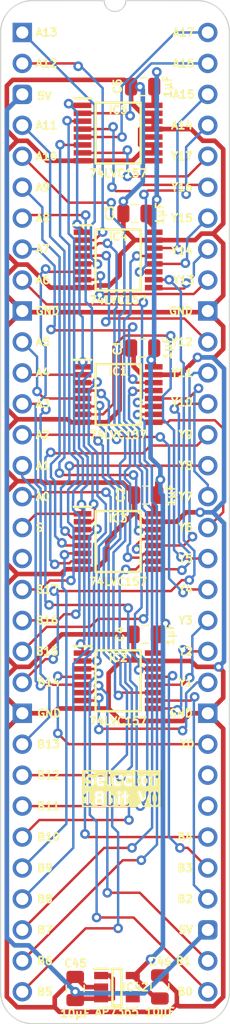
<source format=kicad_pcb>
(kicad_pcb (version 20240108) (generator "pcbnew") (generator_version "8.0")
  (title_block (title "MPU Address Decode") (date "2024-02-15") (rev "V1"))
  (layers (0 "F.Cu" signal) (31 "B.Cu" signal) (34 "B.Paste" user) (35 "F.Paste" user) (36 "B.SilkS" user "B.Silkscreen") (37 "F.SilkS" user "F.Silkscreen") (38 "B.Mask" user) (39 "F.Mask" user) (44 "Edge.Cuts" user))
  (net 0 "")
  (net 1 "/3.3V")
  (net 2 "GND")
  (net 3 "5V")
  (net 4 "A3")
  (net 5 "S")
  (net 6 "A15")
  (net 7 "A16")
  (net 8 "A17")
  (net 9 "A4")
  (net 10 "B4")
  (net 11 "Y4")
  (net 12 "A5")
  (net 13 "B5")
  (net 14 "Y5")
  (net 15 "A0")
  (net 16 "A1")
  (net 17 "A2")
  (net 18 "Y6")
  (net 19 "B6")
  (net 20 "A6")
  (net 21 "Y7")
  (net 23 "B7")
  (net 24 "A7")
  (net 25 "B0")
  (net 26 "Y0")
  (net 27 "B1")
  (net 28 "Y1")
  (net 29 "Y2")
  (net 30 "B2")
  (net 31 "Y3")
  (net 32 "B3")
  (net 33 "A8")
  (net 34 "B8")
  (net 35 "Y8")
  (net 36 "A9")
  (net 37 "B9")
  (net 38 "Y9")
  (net 39 "Y10")
  (net 40 "B10")
  (net 41 "A10")
  (net 42 "Y11")
  (net 43 "B11")
  (net 44 "A11")
  (net 45 "A12")
  (net 46 "B12")
  (net 47 "Y12")
  (net 48 "A13")
  (net 49 "B13")
  (net 50 "Y13")
  (net 51 "Y14")
  (net 52 "B14")
  (net 53 "A14")
  (net 54 "Y15")
  (net 55 "B15")
  (net 56 "B16")
  (net 57 "Y16")
  (net 58 "B17")
  (net 59 "Y17")
  (footprint "SamacSys_Parts:SOP65P640X110-16N" (layer "F.Cu") (at 94.234 100.838)
    (property "Reference" "IC1")
    (property "Value" "74LVC157APW,118" (hide yes))
  )
  (footprint "SamacSys_Parts:C_0805" (layer "F.Cu") (at 90.708 149.606)
    (property "Reference" "C45")
    (property "Value" "10μF")
  )
  (footprint "SamacSys_Parts:C_0805" (layer "F.Cu") (at 96.266 97.028 90)
    (property "Reference" "C1")
    (property "Value" "1μF")
  )
  (footprint "SamacSys_Parts:C_0805" (layer "F.Cu") (at 96.266 75.565 90)
    (property "Reference" "C5")
    (property "Value" "1μF")
  )
  (footprint "SamacSys_Parts:C_0805" (layer "F.Cu") (at 97.663 149.479)
    (property "Reference" "C46")
    (property "Value" "10μF")
  )
  (footprint "SamacSys_Parts:DIP-64_Board_W15.24mm" (layer "F.Cu") (at 86.36 71.12)
    (property "Reference" "J2" (hide yes))
    (property "Value" "Conn_02x32_Counter_Clockwise")
    (fp_line (start -1.778 78.74) (end -1.778 0) (stroke (width 0.1)) (layer "Edge.Cuts"))
    (fp_line (start 6.727456 -2.6162) (end 0.832188 -2.613732) (stroke (width 0.1)) (layer "Edge.Cuts"))
    (fp_line (start 14.400723 -2.613733) (end 8.505456 -2.6162) (stroke (width 0.1)) (layer "Edge.Cuts"))
    (fp_line (start 14.404268 81.353732) (end 0.835733 81.353733) (stroke (width 0.1)) (layer "Edge.Cuts"))
    (fp_line (start 17.018 78.74) (end 17.017999 -0.000001) (stroke (width 0.1)) (layer "Edge.Cuts"))
    (fp_arc (start -1.781544 0) (mid -1.016 -1.848188) (end 0.832188 -2.613732) (stroke (width 0.1)) (layer "Edge.Cuts"))
    (fp_arc (start 0.835733 81.353733) (mid -1.012457 80.58819) (end -1.778 78.74) (stroke (width 0.1)) (layer "Edge.Cuts"))
    (fp_arc (start 8.505456 -2.6162) (mid 7.616456 -1.7272) (end 6.727456 -2.6162) (stroke (width 0.1)) (layer "Edge.Cuts"))
    (fp_arc (start 14.404267 -2.613733) (mid 16.25245 -1.848186) (end 17.017999 -0.000001) (stroke (width 0.1)) (layer "Edge.Cuts"))
    (fp_arc (start 17.018 78.74) (mid 16.252456 80.588187) (end 14.404268 81.353732) (stroke (width 0.1)) (layer "Edge.Cuts"))
  )
  (footprint "SamacSys_Parts:SOP65P640X110-16N" (layer "F.Cu") (at 94.234 124.333)
    (property "Reference" "IC2")
    (property "Value" "74LVC157APW,118" (hide yes))
  )
  (footprint "SamacSys_Parts:SOT95P285X130-5N" (layer "F.Cu") (at 94.137 149.479)
    (property "Reference" "IC42")
    (property "Value" "AP7365-33WG-7" (hide yes))
  )
  (footprint "SamacSys_Parts:C_0805" (layer "F.Cu") (at 96.52 109.093 90)
    (property "Reference" "C2")
    (property "Value" "1μF")
  )
  (footprint "SamacSys_Parts:SOP65P640X110-16N" (layer "F.Cu") (at 94.234 112.903)
    (property "Reference" "IC3")
    (property "Value" "74LVC157APW,118" (hide yes))
  )
  (footprint "SamacSys_Parts:SOP65P640X110-16N" (layer "F.Cu") (at 94.234 89.789)
    (property "Reference" "IC4")
    (property "Value" "74LVC157APW,118" (hide yes))
  )
  (footprint "SamacSys_Parts:C_0805" (layer "F.Cu") (at 96.47 120.523 90)
    (property "Reference" "C4")
    (property "Value" "1μF")
  )
  (footprint "SamacSys_Parts:SOP65P640X110-16N" (layer "F.Cu") (at 94.234 79.375)
    (property "Reference" "IC5")
    (property "Value" "74LVC157APW,118" (hide yes))
  )
  (footprint "SamacSys_Parts:C_0805" (layer "F.Cu") (at 95.631 85.979 90)
    (property "Reference" "C3")
    (property "Value" "1μF")
  )
  (gr_text "A5" (at 87.376 96.52 0) (layer "F.SilkS") (effects (font (size 0.635 0.635)) (justify left)))
  (gr_text "B13" (at 87.503 129.54 0) (layer "F.SilkS") (effects (font (size 0.635 0.635)) (justify left)))
  (gr_text "GND" (at 100.457 127 0) (layer "F.SilkS") (effects (font (size 0.635 0.635)) (justify right)))
  (gr_text "B1" (at 100.33 147.32 0) (layer "F.SilkS") (effects (font (size 0.635 0.635)) (justify right)))
  (gr_text "B12" (at 87.503 132.08 0) (layer "F.SilkS") (effects (font (size 0.635 0.635)) (justify left)))
  (gr_text "5V" (at 100.457 144.78 0) (layer "F.SilkS") (effects (font (size 0.635 0.635)) (justify right)))
  (gr_text "A15" (at 100.584 76.2 0) (layer "F.SilkS") (effects (font (size 0.635 0.635)) (justify right)))
  (gr_text "Y16" (at 100.457 83.82 0) (layer "F.SilkS") (effects (font (size 0.635 0.635)) (justify right)))
  (gr_text "A16" (at 100.584 73.66 0) (layer "F.SilkS") (effects (font (size 0.635 0.635)) (justify right)))
  (gr_text "B2" (at 100.457 142.24 0) (layer "F.SilkS") (effects (font (size 0.635 0.635)) (justify right)))
  (gr_text "A3" (at 87.376 101.6 0) (layer "F.SilkS") (effects (font (size 0.635 0.635)) (justify left)))
  (gr_text "Y14" (at 100.457 89.027 0) (layer "F.SilkS") (effects (font (size 0.635 0.635)) (justify right)))
  (gr_text "Y9" (at 100.457 104.14 0) (layer "F.SilkS") (effects (font (size 0.635 0.635)) (justify right)))
  (gr_text "GND" (at 87.503 127 0) (layer "F.SilkS") (effects (font (size 0.635 0.635)) (justify left)))
  (gr_text "A7" (at 87.376 88.9 0) (layer "F.SilkS") (effects (font (size 0.635 0.635)) (justify left)))
  (gr_text "B14" (at 87.503 124.46 0) (layer "F.SilkS") (effects (font (size 0.635 0.635)) (justify left)))
  (gr_text "B15" (at 87.376 121.92 0) (layer "F.SilkS") (effects (font (size 0.635 0.635)) (justify left)))
  (gr_text "GND" (at 100.457 93.98 0) (layer "F.SilkS") (effects (font (size 0.635 0.635)) (justify right)))
  (gr_text "A6" (at 87.376 91.44 0) (layer "F.SilkS") (effects (font (size 0.635 0.635)) (justify left)))
  (gr_text "Y6" (at 100.457 111.76 0) (layer "F.SilkS") (effects (font (size 0.635 0.635)) (justify right)))
  (gr_text "B7" (at 87.503 144.78 0) (layer "F.SilkS") (effects (font (size 0.635 0.635)) (justify left)))
  (gr_text "A8" (at 87.376 86.36 0) (layer "F.SilkS") (effects (font (size 0.635 0.635)) (justify left)))
  (gr_text "A10" (at 87.376 81.28 0) (layer "F.SilkS") (effects (font (size 0.635 0.635)) (justify left)))
  (gr_text "B11" (at 87.503 134.62 0) (layer "F.SilkS") (effects (font (size 0.635 0.635)) (justify left)))
  (gr_text "Y3" (at 100.457 119.38 0) (layer "F.SilkS") (effects (font (size 0.635 0.635)) (justify right)))
  (gr_text "Y1" (at 100.457 124.46 0) (layer "F.SilkS") (effects (font (size 0.635 0.635)) (justify right)))
  (gr_text "B3" (at 100.457 139.7 0) (layer "F.SilkS") (effects (font (size 0.635 0.635)) (justify right)))
  (gr_text "Y10" (at 100.457 101.473 0) (layer "F.SilkS") (effects (font (size 0.635 0.635)) (justify right)))
  (gr_text "B9" (at 87.503 139.7 0) (layer "F.SilkS") (effects (font (size 0.635 0.635)) (justify left)))
  (gr_text "Y15" (at 100.457 86.36 0) (layer "F.SilkS") (effects (font (size 0.635 0.635)) (justify right)))
  (gr_text "B0" (at 100.457 149.86 0) (layer "F.SilkS") (effects (font (size 0.635 0.635)) (justify right)))
  (gr_text "5V" (at 87.503 76.327 0) (layer "F.SilkS") (effects (font (size 0.635 0.635)) (justify left)))
  (gr_text "Y17" (at 100.457 81.28 0) (layer "F.SilkS") (effects (font (size 0.635 0.635)) (justify right)))
  (gr_text "S" (at 87.376 111.76 0) (layer "F.SilkS") (effects (font (size 0.635 0.635)) (justify left)))
  (gr_text "Selector\n18bit V0" (at 94.488 134.62 0) (layer "F.SilkS" knockout) (effects (font (size 1 1) (thickness 0.2) (bold yes)) (justify bottom)))
  (gr_text "A17" (at 100.584 71.12 0) (layer "F.SilkS") (effects (font (size 0.635 0.635)) (justify right)))
  (gr_text "A9" (at 87.376 83.82 0) (layer "F.SilkS") (effects (font (size 0.635 0.635)) (justify left)))
  (gr_text "A0" (at 87.376 109.22 0) (layer "F.SilkS") (effects (font (size 0.635 0.635)) (justify left)))
  (gr_text "Y13" (at 100.584 91.44 0) (layer "F.SilkS") (effects (font (size 0.635 0.635)) (justify right)))
  (gr_text "Y7" (at 100.457 109.22 0) (layer "F.SilkS") (effects (font (size 0.635 0.635)) (justify right)))
  (gr_text "B16" (at 87.376 119.38 0) (layer "F.SilkS") (effects (font (size 0.635 0.635)) (justify left)))
  (gr_text "Y0" (at 100.584 129.54 0) (layer "F.SilkS") (effects (font (size 0.635 0.635)) (justify right)))
  (gr_text "A11" (at 87.376 78.74 0) (layer "F.SilkS") (effects (font (size 0.635 0.635)) (justify left)))
  (gr_text "Y2" (at 100.457 121.92 0) (layer "F.SilkS") (effects (font (size 0.635 0.635)) (justify right)))
  (gr_text "A1" (at 87.376 106.68 0) (layer "F.SilkS") (effects (font (size 0.635 0.635)) (justify left)))
  (gr_text "Y8" (at 100.457 106.68 0) (layer "F.SilkS") (effects (font (size 0.635 0.635)) (justify right)))
  (gr_text "A2" (at 87.376 104.14 0) (layer "F.SilkS") (effects (font (size 0.635 0.635)) (justify left)))
  (gr_text "GND" (at 87.376 93.98 0) (layer "F.SilkS") (effects (font (size 0.635 0.635)) (justify left)))
  (gr_text "Y4" (at 100.457 116.84 0) (layer "F.SilkS") (effects (font (size 0.635 0.635)) (justify right)))
  (gr_text "A13" (at 87.376 71.12 0) (layer "F.SilkS") (effects (font (size 0.635 0.635)) (justify left)))
  (gr_text "B6" (at 87.503 147.32 0) (layer "F.SilkS") (effects (font (size 0.635 0.635)) (justify left)))
  (gr_text "B8" (at 87.503 142.24 0) (layer "F.SilkS") (effects (font (size 0.635 0.635)) (justify left)))
  (gr_text "B5" (at 87.503 149.86 0) (layer "F.SilkS") (effects (font (size 0.635 0.635)) (justify left)))
  (gr_text "A12" (at 87.376 73.66 0) (layer "F.SilkS") (effects (font (size 0.635 0.635)) (justify left)))
  (gr_text "Y12" (at 100.457 96.52 0) (layer "F.SilkS") (effects (font (size 0.635 0.635)) (justify right)))
  (gr_text "A14" (at 100.457 78.74 0) (layer "F.SilkS") (effects (font (size 0.635 0.635)) (justify right)))
  (gr_text "A4" (at 87.376 99.06 0) (layer "F.SilkS") (effects (font (size 0.635 0.635)) (justify left)))
  (gr_text "B4" (at 100.457 137.16 0) (layer "F.SilkS") (effects (font (size 0.635 0.635)) (justify right)))
  (gr_text "B17" (at 87.376 116.84 0) (layer "F.SilkS") (effects (font (size 0.635 0.635)) (justify left)))
  (gr_text "Y5" (at 100.457 114.3 0) (layer "F.SilkS") (effects (font (size 0.635 0.635)) (justify right)))
  (gr_text "Y11" (at 100.457 99.06 0) (layer "F.SilkS") (effects (font (size 0.635 0.635)) (justify right)))
  (gr_text "B10" (at 87.503 137.16 0) (layer "F.SilkS") (effects (font (size 0.635 0.635)) (justify left)))
  (segment (start 97.404 120.347033) (end 98.118 119.633033) (width 0.38) (layer "F.Cu") (net 1))
  (segment (start 97.159 98.563) (end 97.159 98.211809) (width 0.38) (layer "F.Cu") (net 1))
  (segment (start 97.409 85.135) (end 97.409 84.836006) (width 0.38) (layer "F.Cu") (net 1))
  (segment (start 97.159 98.211809) (end 96.947803 98.000612) (width 0.38) (layer "F.Cu") (net 1))
  (segment (start 97.159 76.014) (end 97.159 77.1) (width 0.38) (layer "F.Cu") (net 1))
  (segment (start 97.454 108.075) (end 97.706 107.823) (width 0.38) (layer "F.Cu") (net 1))
  (segment (start 97.454 109.093) (end 97.454 108.075) (width 0.38) (layer "F.Cu") (net 1))
  (segment (start 97.159 87.063) (end 97.159 87.514) (width 0.38) (layer "F.Cu") (net 1))
  (segment (start 97.155 120.772) (end 97.155 122.054) (width 0.38) (layer "F.Cu") (net 1))
  (segment (start 97.409 75.356) (end 97.409 74.36) (width 0.38) (layer "F.Cu") (net 1))
  (segment (start 96.57 85.974) (end 97.409 85.135) (width 0.38) (layer "F.Cu") (net 1))
  (segment (start 95.565 148.529) (end 96.901 147.193) (width 0.38) (layer "F.Cu") (net 1))
  (segment (start 96.32 86.224) (end 97.159 87.063) (width 0.38) (layer "F.Cu") (net 1))
  (segment (start 98.118 119.633033) (end 98.126 119.633033) (width 0.38) (layer "F.Cu") (net 1))
  (segment (start 97.321 150.413) (end 95.437 148.529) (width 0.38) (layer "F.Cu") (net 1))
  (segment (start 97.159 109.388) (end 97.159 110.628) (width 0.38) (layer "F.Cu") (net 1))
  (via (at 97.409 74.36) (size 0.8) (drill 0.4) (layers "F.Cu" "B.Cu") (net 1))
  (via (at 96.901 147.193) (size 0.8) (drill 0.4) (layers "F.Cu" "B.Cu") (net 1))
  (via (at 96.947803 98.000612) (size 0.8) (drill 0.4) (layers "F.Cu" "B.Cu") (net 1))
  (via (at 97.706 107.823) (size 0.8) (drill 0.4) (layers "F.Cu" "B.Cu") (net 1))
  (via (at 98.126 119.633033) (size 0.8) (drill 0.4) (layers "F.Cu" "B.Cu") (net 1))
  (via (at 97.409 84.836006) (size 0.8) (drill 0.4) (layers "F.Cu" "B.Cu") (net 1))
  (segment (start 97.907999 119.415032) (end 98.126 119.633033) (width 0.38) (layer "B.Cu") (net 1))
  (segment (start 97.706 107.823) (end 97.706 106.840007) (width 0.38) (layer "B.Cu") (net 1))
  (segment (start 97.409 84.836006) (end 97.409 74.36) (width 0.38) (layer "B.Cu") (net 1))
  (segment (start 96.901 147.193) (end 97.916 146.178) (width 0.38) (layer "B.Cu") (net 1))
  (segment (start 97.907999 109.102001) (end 97.706 108.900002) (width 0.38) (layer "B.Cu") (net 1))
  (segment (start 97.192461 97.755954) (end 96.947803 98.000612) (width 0.38) (layer "B.Cu") (net 1))
  (segment (start 97.916 134.583333) (end 97.916003 134.58333) (width 0.38) (layer "B.Cu") (net 1))
  (segment (start 96.901 106.035007) (end 96.901 98.047415) (width 0.38) (layer "B.Cu") (net 1))
  (segment (start 97.916003 134.58333) (end 97.916003 119.84303) (width 0.38) (layer "B.Cu") (net 1))
  (segment (start 97.706 106.840007) (end 96.901 106.035007) (width 0.38) (layer "B.Cu") (net 1))
  (segment (start 97.706 108.900002) (end 97.706 107.823) (width 0.38) (layer "B.Cu") (net 1))
  (segment (start 97.916 146.178) (end 97.916 134.583333) (width 0.38) (layer "B.Cu") (net 1))
  (segment (start 97.907999 109.102001) (end 97.907999 119.415032) (width 0.38) (layer "B.Cu") (net 1))
  (segment (start 96.901 98.047415) (end 96.947803 98.000612) (width 0.38) (layer "B.Cu") (net 1))
  (segment (start 97.409 84.836006) (end 97.192461 85.052545) (width 0.38) (layer "B.Cu") (net 1))
  (segment (start 97.192461 85.052545) (end 97.192461 97.755954) (width 0.38) (layer "B.Cu") (net 1))
  (segment (start 97.916003 119.84303) (end 98.126 119.633033) (width 0.38) (layer "B.Cu") (net 1))
  (segment (start 95.605 88.164) (end 97.159 88.164) (width 0.38) (layer "F.Cu") (net 2))
  (segment (start 99.335015 99.213) (end 100.758015 97.79) (width 0.38) (layer "F.Cu") (net 2))
  (segment (start 95.504 122.660004) (end 96.253229 122.660004) (width 0.38) (layer "F.Cu") (net 2))
  (segment (start 102.172915 97.79) (end 100.758015 97.79) (width 0.38) (layer "F.Cu") (net 2))
  (segment (start 102.87 92.71) (end 101.6 93.98) (width 0.38) (layer "F.Cu") (net 2))
  (segment (start 85.09 95.25) (end 85.09 102.012915) (width 0.38) (layer "F.Cu") (net 2))
  (segment (start 90.708 148.64) (end 89.027 150.321) (width 0.38) (layer "F.Cu") (net 2))
  (segment (start 91.547 149.479) (end 90.708 148.64) (width 0.38) (layer "F.Cu") (net 2))
  (segment (start 95.3 76.876) (end 96.174 77.75) (width 0.38) (layer "F.Cu") (net 2))
  (segment (start 89.027 151.13) (end 85.947085 151.13) (width 0.38) (layer "F.Cu") (net 2))
  (segment (start 85.09 80.867085) (end 85.09 89.312915) (width 0.38) (layer "F.Cu") (net 2))
  (segment (start 102.87 88.451001) (end 102.87 92.71) (width 0.38) (layer "F.Cu") (net 2))
  (segment (start 97.159 99.213) (end 96.186836 99.213) (width 0.38) (layer "F.Cu") (net 2))
  (segment (start 85.09 92.71) (end 86.36 93.98) (width 0.38) (layer "F.Cu") (net 2))
  (segment (start 95.3 75.565) (end 95.3 76.876) (width 0.38) (layer "F.Cu") (net 2))
  (segment (start 85.09 102.012915) (end 85.947085 102.87) (width 0.38) (layer "F.Cu") (net 2))
  (segment (start 101.6 93.98) (end 102.87 95.25) (width 0.38) (layer "F.Cu") (net 2))
  (segment (start 95.3 97.028) (end 94.869 97.028) (width 0.38) (layer "F.Cu") (net 2))
  (segment (start 100.711 123.19) (end 102.489 123.19) (width 0.38) (layer "F.Cu") (net 2))
  (segment (start 102.87 97.092915) (end 102.172915 97.79) (width 0.38) (layer "F.Cu") (net 2))
  (segment (start 91.309 92.064) (end 92.217858 92.064) (width 0.38) (layer "F.Cu") (net 2))
  (segment (start 96.186836 99.213) (end 95.504 98.530164) (width 0.38) (layer "F.Cu") (net 2))
  (segment (start 85.947085 151.13) (end 85.09 150.272915) (width 0.38) (layer "F.Cu") (net 2))
  (segment (start 86.36 127) (end 88.9 127) (width 0.38) (layer "F.Cu") (net 2))
  (segment (start 90.561903 108.066097) (end 94.604097 108.066097) (width 0.38) (layer "F.Cu") (net 2))
  (segment (start 91.309 92.064) (end 88.660771 92.064) (width 0.38) (layer "F.Cu") (net 2))
  (segment (start 102.048999 87.63) (end 102.87 88.451001) (width 0.38) (layer "F.Cu") (net 2))
  (segment (start 95.554 110.532752) (end 95.554 109.093) (width 0.38) (layer "F.Cu") (net 2))
  (segment (start 87.348 90.745085) (end 86.772915 90.17) (width 0.38) (layer "F.Cu") (net 2))
  (segment (start 89.027 150.321) (end 89.027 151.13) (width 0.38) (layer "F.Cu") (net 2))
  (segment (start 97.159 81) (end 97.159 80.35) (width 0.38) (layer "F.Cu") (net 2))
  (segment (start 93.345 112.741752) (end 93.345 114.247) (width 0.38) (layer "F.Cu") (net 2))
  (segment (start 97.159 111.278) (end 96.299248 111.278) (width 0.38) (layer "F.Cu") (net 2))
  (segment (start 85.09 125.73) (end 85.09 123.952) (width 0.38) (layer "F.Cu") (net 2))
  (segment (start 95.504 122.660004) (end 94.509996 122.660004) (width 0.38) (layer "F.Cu") (net 2))
  (segment (start 95.554 110.532752) (end 93.345 112.741752) (width 0.38) (layer "F.Cu") (net 2))
  (segment (start 97.159 78.4) (end 97.159 77.75) (width 0.38) (layer "F.Cu") (net 2))
  (segment (start 97.159 99.213) (end 99.335015 99.213) (width 0.38) (layer "F.Cu") (net 2))
  (segment (start 92.217858 92.064) (end 92.393832 91.888026) (width 0.38) (layer "F.Cu") (net 2))
  (segment (start 95.3 75.565) (end 94.745 75.01) (width 0.38) (layer "F.Cu") (net 2))
  (segment (start 88.9 127) (end 89.292 126.608) (width 0.38) (layer "F.Cu") (net 2))
  (segment (start 88.011 108.077) (end 90.551 108.077) (width 0.38) (layer "F.Cu") (net 2))
  (segment (start 89.027 151.13) (end 89.408 151.511) (width 0.38) (layer "F.Cu") (net 2))
  (segment (start 92.837 149.479) (end 91.547 149.479) (width 0.38) (layer "F.Cu") (net 2))
  (segment (start 93.531974 91.888026) (end 94.361 91.059) (width 0.38) (layer "F.Cu") (net 2))
  (segment (start 96.044 80.34) (end 96.044 79.06) (width 0.38) (layer "F.Cu") (net 2))
  (segment (start 85.947085 107.95) (end 87.884 107.95) (width 0.38) (layer "F.Cu") (net 2))
  (segment (start 97.159 79.05) (end 97.159 78.4) (width 0.38) (layer "F.Cu") (net 2))
  (segment (start 90.114 102.87) (end 90.357 103.113) (width 0.38) (layer "F.Cu") (net 2))
  (segment (start 85.09 114.712915) (end 85.947085 115.57) (width 0.38) (layer "F.Cu") (net 2))
  (segment (start 95.429 81.65) (end 96.079 81) (width 0.38) (layer "F.Cu") (net 2))
  (segment (start 96.400763 122.673) (end 96.266225 122.673) (width 0.38) (layer "F.Cu") (net 2))
  (segment (start 94.745 75.01) (end 85.577 75.01) (width 0.38) (layer "F.Cu") (net 2))
  (segment (start 85.09 75.497) (end 85.09 79.152915) (width 0.38) (layer "F.Cu") (net 2))
  (segment (start 96.054 80.35) (end 96.044 80.34) (width 0.38) (layer "F.Cu") (net 2))
  (segment (start 94.361 89.408) (end 95.605 88.164) (width 0.38) (layer "F.Cu") (net 2))
  (segment (start 102.175999 80.01) (end 102.87 80.704001) (width 0.38) (layer "F.Cu") (net 2))
  (segment (start 99.034 111.278) (end 99.804198 110.507802) (width 0.38) (layer "F.Cu") (net 2))
  (segment (start 85.577 75.01) (end 85.09 75.497) (width 0.38) (layer "F.Cu") (net 2))
  (segment (start 85.09 150.272915) (end 85.09 128.27) (width 0.38) (layer "F.Cu") (net 2))
  (segment (start 93.453014 126.619) (end 94.469014 127.635) (width 0.38) (layer "F.Cu") (net 2))
  (segment (start 100.558 88.164) (end 101.092 87.63) (width 0.38) (layer "F.Cu") (net 2))
  (segment (start 89.535 115.57) (end 85.947085 115.57) (width 0.38) (layer "F.Cu") (net 2))
  (segment (start 92.393832 91.888026) (end 93.531974 91.888026) (width 0.38) (layer "F.Cu") (net 2))
  (segment (start 95.504 98.530164) (end 95.504 97.232) (width 0.38) (layer "F.Cu") (net 2))
  (segment (start 87.884 107.95) (end 88.011 108.077) (width 0.38) (layer "F.Cu") (net 2))
  (segment (start 85.852 123.19) (end 86.937036 123.19) (width 0.38) (layer "F.Cu") (net 2))
  (segment (start 85.947085 90.17) (end 85.867085 90.25) (width 0.38) (layer "F.Cu") (net 2))
  (segment (start 94.665 87.224) (end 94.665 85.979) (width 0.38) (layer "F.Cu") (net 2))
  (segment (start 102.87 95.25) (end 102.87 97.092915) (width 0.38) (layer "F.Cu") (net 2))
  (segment (start 89.604036 120.523) (end 95.504 120.523) (width 0.38) (layer "F.Cu") (net 2))
  (segment (start 97.159 122.708) (end 96.435763 122.708) (width 0.38) (layer "F.Cu") (net 2))
  (segment (start 95.504 120.523) (end 95.504 122.660004) (width 0.38) (layer "F.Cu") (net 2))
  (segment (start 94.665 84.984593) (end 94.664995 84.984588) (width 0.38) (layer "F.Cu") (net 2))
  (segment (start 90.551 108.077) (end 90.561903 108.066097) (width 0.38) (layer "F.Cu") (net 2))
  (segment (start 89.408 151.511) (end 98.425 151.511) (width 0.38) (layer "F.Cu") (net 2))
  (segment (start 85.09 108.807085) (end 85.09 114.712915) (width 0.38) (layer "F.Cu") (net 2))
  (segment (start 99.06 149.91) (end 97.74 148.59) (width 0.38) (layer "F.Cu") (net 2))
  (segment (start 88.660771 92.064) (end 87.348 90.751229) (width 0.38) (layer "F.Cu") (net 2))
  (segment (start 96.054 79.05) (end 97.159 79.05) (width 0.38) (layer "F.Cu") (net 2))
  (segment (start 102.87 150.272915) (end 102.87 128.27) (width 0.38) (layer "F.Cu") (net 2))
  (segment (start 96.299248 111.278) (end 95.554 110.532752) (width 0.38) (layer "F.Cu") (net 2))
  (segment (start 85.09 123.952) (end 85.852 123.19) (width 0.38) (layer "F.Cu") (net 2))
  (segment (start 96.435763 122.708) (end 96.400763 122.673) (width 0.38) (layer "F.Cu") (net 2))
  (segment (start 85.947085 102.87) (end 90.114 102.87) (width 0.38) (layer "F.Cu") (net 2))
  (segment (start 93.453014 123.716986) (end 93.453014 126.619) (width 0.38) (layer "F.Cu") (net 2))
  (segment (start 99.568 127.635) (end 100.203 127) (width 0.38) (layer "F.Cu") (net 2))
  (segment (start 94.361 102.108) (end 93.356 103.113) (width 0.38) (layer "F.Cu") (net 2))
  (segment (start 97.159 111.278) (end 99.034 111.278) (width 0.38) (layer "F.Cu") (net 2))
  (segment (start 102.87 80.704001) (end 102.87 86.808999) (width 0.38) (layer "F.Cu") (net 2))
  (segment (start 85.09 116.427085) (end 85.09 122.428) (width 0.38) (layer "F.Cu") (net 2))
  (segment (start 85.09 107.092915) (end 85.947085 107.95) (width 0.38) (layer "F.Cu") (net 2))
  (segment (start 96.266225 122.673) (end 96.253229 122.660004) (width 0.38) (layer "F.Cu") (net 2))
  (segment (start 102.87 125.73) (end 102.87 123.571) (width 0.38) (layer "F.Cu") (net 2))
  (segment (start 85.09 128.27) (end 86.36 127) (width 0.38) (layer "F.Cu") (net 2))
  (segment (start 94.604097 108.066097) (end 95.554 109.016) (width 0.38) (layer "F.Cu") (net 2))
  (segment (start 94.469014 127.635) (end 99.568 127.635) (width 0.38) (layer "F.Cu") (net 2))
  (segment (start 96.044 79.06) (end 96.054 79.05) (width 0.38) (layer "F.Cu") (net 2))
  (segment (start 85.09 91.027085) (end 85.09 92.71) (width 0.38) (layer "F.Cu") (net 2))
  (segment (start 85.09 103.727085) (end 85.09 107.092915) (width 0.38) (layer "F.Cu") (net 2))
  (segment (start 101.501 94.079) (end 86.459 94.079) (width 0.38) (layer "F.Cu") (net 2))
  (segment (start 98.425 151.511) (end 99.06 150.876) (width 0.38) (layer "F.Cu") (net 2))
  (segment (start 91.309 115.178) (end 89.927 115.178) (width 0.38) (layer "F.Cu") (net 2))
  (segment (start 93.345 114.247) (end 92.414 115.178) (width 0.38) (layer "F.Cu") (net 2))
  (segment (start 86.36 93.98) (end 85.09 95.25) (width 0.38) (layer "F.Cu") (net 2))
  (segment (start 93.442014 126.608) (end 93.453014 126.619) (width 0.38) (layer "F.Cu") (net 2))
  (segment (start 93.356 103.113) (end 91.309 103.113) (width 0.38) (layer "F.Cu") (net 2))
  (segment (start 97.159 79.05) (end 100.227085 79.05) (width 0.38) (layer "F.Cu") (net 2))
  (segment (start 85.09 122.428) (end 85.852 123.19) (width 0.38) (layer "F.Cu") (net 2))
  (segment (start 102.87 86.808999) (end 102.048999 87.63) (width 0.38) (layer "F.Cu") (net 2))
  (segment (start 86.937036 123.19) (end 89.604036 120.523) (width 0.38) (layer "F.Cu") (net 2))
  (segment (start 86.772915 90.17) (end 85.947085 90.17) (width 0.38) (layer "F.Cu") (net 2))
  (segment (start 88.412915 81.65) (end 86.772915 80.01) (width 0.38) (layer "F.Cu") (net 2))
  (segment (start 86.36 127) (end 85.09 125.73) (width 0.38) (layer "F.Cu") (net 2))
  (segment (start 100.227085 79.05) (end 101.187085 80.01) (width 0.38) (layer "F.Cu") (net 2))
  (segment (start 97.159 122.708) (end 100.229 122.708) (width 0.38) (layer "F.Cu") (net 2))
  (segment (start 85.947085 115.57) (end 85.09 116.427085) (width 0.38) (layer "F.Cu") (net 2))
  (segment (start 94.361 91.059) (end 94.361 89.408) (width 0.38) (layer "F.Cu") (net 2))
  (segment (start 94.869 97.028) (end 94.361 97.536) (width 0.38) (layer "F.Cu") (net 2))
  (segment (start 102.87 123.571) (end 102.489 123.19) (width 0.38) (layer "F.Cu") (net 2))
  (segment (start 102.092915 151.05) (end 102.87 150.272915) (width 0.38) (layer "F.Cu") (net 2))
  (segment (start 100.203 127) (end 101.6 127) (width 0.38) (layer "F.Cu") (net 2))
  (segment (start 85.867085 102.95) (end 85.947085 102.87) (width 0.38) (layer "F.Cu") (net 2))
  (segment (start 90.357 103.113) (end 91.309 103.113) (width 0.38) (layer "F.Cu") (net 2))
  (segment (start 101.6 127) (end 102.87 125.73) (width 0.38) (layer "F.Cu") (net 2))
  (segment (start 97.159 88.164) (end 100.558 88.164) (width 0.38) (layer "F.Cu") (net 2))
  (segment (start 100.229 122.708) (end 100.711 123.19) (width 0.38) (layer "F.Cu") (net 2))
  (segment (start 97.159 80.35) (end 96.054 80.35) (width 0.38) (layer "F.Cu") (net 2))
  (segment (start 85.867085 102.95) (end 85.09 103.727085) (width 0.38) (layer "F.Cu") (net 2))
  (segment (start 91.309 81.65) (end 95.429 81.65) (width 0.38) (layer "F.Cu") (net 2))
  (segment (start 91.309 81.65) (end 88.412915 81.65) (width 0.38) (layer "F.Cu") (net 2))
  (segment (start 99.234 151.05) (end 102.092915 151.05) (width 0.38) (layer "F.Cu") (net 2))
  (segment (start 96.174 77.75) (end 97.159 77.75) (width 0.38) (layer "F.Cu") (net 2))
  (segment (start 94.509996 122.660004) (end 93.453014 123.716986) (width 0.38) (layer "F.Cu") (net 2))
  (segment (start 92.414 115.178) (end 91.309 115.178) (width 0.38) (layer "F.Cu") (net 2))
  (segment (start 96.079 81) (end 97.159 81) (width 0.38) (layer "F.Cu") (net 2))
  (segment (start 85.867085 90.25) (end 85.09 91.027085) (width 0.38) (layer "F.Cu") (net 2))
  (segment (start 94.665 85.979) (end 94.665 84.984593) (width 0.38) (layer "F.Cu") (net 2))
  (segment (start 85.947085 80.01) (end 85.09 80.867085) (width 0.38) (layer "F.Cu") (net 2))
  (segment (start 99.06 150.876) (end 99.06 149.91) (width 0.38) (layer "F.Cu") (net 2))
  (segment (start 85.947085 107.95) (end 85.09 108.807085) (width 0.38) (layer "F.Cu") (net 2))
  (segment (start 101.092 87.63) (end 102.048999 87.63) (width 0.38) (layer "F.Cu") (net 2))
  (segment (start 99.06 150.876) (end 99.234 151.05) (width 0.38) (layer "F.Cu") (net 2))
  (segment (start 99.804198 110.507802) (end 100.973902 110.507802) (width 0.38) (layer "F.Cu") (net 2))
  (segment (start 91.309 126.608) (end 93.442014 126.608) (width 0.38) (layer "F.Cu") (net 2))
  (segment (start 89.927 115.178) (end 89.535 115.57) (width 0.38) (layer "F.Cu") (net 2))
  (segment (start 86.772915 80.01) (end 85.947085 80.01) (width 0.38) (layer "F.Cu") (net 2))
  (segment (start 96.011994 75.565) (end 96.027815 75.580821) (width 0.38) (layer "F.Cu") (net 2))
  (segment (start 102.87 128.27) (end 101.6 127) (width 0.38) (layer "F.Cu") (net 2))
  (segment (start 94.361 97.536) (end 94.361 102.108) (width 0.38) (layer "F.Cu") (net 2))
  (segment (start 95.605 88.164) (end 94.665 87.224) (width 0.38) (layer "F.Cu") (net 2))
  (segment (start 101.187085 80.01) (end 102.175999 80.01) (width 0.38) (layer "F.Cu") (net 2))
  (segment (start 95.3 75.565) (end 96.011994 75.565) (width 0.38) (layer "F.Cu") (net 2))
  (segment (start 85.09 89.312915) (end 85.947085 90.17) (width 0.38) (layer "F.Cu") (net 2))
  (segment (start 87.348 90.751229) (end 87.348 90.745085) (width 0.38) (layer "F.Cu") (net 2))
  (segment (start 89.292 126.608) (end 91.309 126.608) (width 0.38) (layer "F.Cu") (net 2))
  (segment (start 85.09 79.152915) (end 85.947085 80.01) (width 0.38) (layer "F.Cu") (net 2))
  (via (at 100.758015 97.79) (size 0.8) (drill 0.4) (layers "F.Cu" "B.Cu") (net 2))
  (via (at 102.489 123.19) (size 0.8) (drill 0.4) (layers "F.Cu" "B.Cu") (net 2))
  (via (at 96.027815 75.580821) (size 0.8) (drill 0.4) (layers "F.Cu" "B.Cu") (net 2))
  (via (at 94.664995 84.984588) (size 0.8) (drill 0.4) (layers "F.Cu" "B.Cu") (net 2))
  (via (at 100.973902 110.507802) (size 0.8) (drill 0.4) (layers "F.Cu" "B.Cu") (net 2))
  (segment (start 96.266004 75.81901) (end 96.266004 83.383579) (width 0.38) (layer "B.Cu") (net 2))
  (segment (start 102.937999 109.60052) (end 102.937999 98.715084) (width 0.38) (layer "B.Cu") (net 2))
  (segment (start 102.938 122.741) (end 102.938 111.415085) (width 0.38) (layer "B.Cu") (net 2))
  (segment (start 96.027815 75.580821) (end 96.266004 75.81901) (width 0.38) (layer "B.Cu") (net 2))
  (segment (start 102.012915 97.79) (end 100.758015 97.79) (width 0.38) (layer "B.Cu") (net 2))
  (segment (start 102.489 123.19) (end 102.938 122.741) (width 0.38) (layer "B.Cu") (net 2))
  (segment (start 102.030717 110.507802) (end 100.973902 110.507802) (width 0.38) (layer "B.Cu") (net 2))
  (segment (start 102.937999 98.715084) (end 102.012915 97.79) (width 0.38) (layer "B.Cu") (net 2))
  (segment (start 102.030717 110.507802) (end 102.937999 109.60052) (width 0.38) (layer "B.Cu") (net 2))
  (segment (start 102.938 111.415085) (end 102.030717 110.507802) (width 0.38) (layer "B.Cu") (net 2))
  (segment (start 96.266004 83.383579) (end 94.664995 84.984588) (width 0.38) (layer "B.Cu") (net 2))
  (segment (start 92.837 148.529) (end 93.542 148.529) (width 0.38) (layer "F.Cu") (net 3))
  (segment (start 90.708004 149.86) (end 90.708004 150.539996) (width 0.38) (layer "F.Cu") (net 3))
  (segment (start 93.542 148.529) (end 93.802 148.789) (width 0.38) (layer "F.Cu") (net 3))
  (segment (start 93.792 150.429) (end 92.837 150.429) (width 0.38) (layer "F.Cu") (net 3))
  (segment (start 93.802 148.789) (end 93.802 150.419) (width 0.38) (layer "F.Cu") (net 3))
  (segment (start 92.837 150.429) (end 90.819 150.429) (width 0.38) (layer "F.Cu") (net 3))
  (segment (start 93.802 150.419) (end 93.792 150.429) (width 0.38) (layer "F.Cu") (net 3))
  (via (at 90.708004 149.86) (size 0.8) (drill 0.4) (layers "F.Cu" "B.Cu") (net 3))
  (segment (start 85.09 145.415) (end 85.725 146.05) (width 0.38) (layer "B.Cu") (net 3))
  (segment (start 85.725 146.05) (end 86.898004 146.05) (width 0.38) (layer "B.Cu") (net 3))
  (segment (start 90.835004 149.987) (end 90.708004 149.86) (width 0.38) (layer "B.Cu") (net 3))
  (segment (start 85.09 77.47) (end 85.09 145.415) (width 0.38) (layer "B.Cu") (net 3))
  (segment (start 86.898004 146.05) (end 90.708004 149.86) (width 0.38) (layer "B.Cu") (net 3))
  (segment (start 101.6 144.78) (end 96.393 149.987) (width 0.38) (layer "B.Cu") (net 3))
  (segment (start 86.36 76.2) (end 85.09 77.47) (width 0.38) (layer "B.Cu") (net 3))
  (segment (start 96.393 149.987) (end 90.835004 149.987) (width 0.38) (layer "B.Cu") (net 3))
  (segment (start 88.56 118.11) (end 94.807018 118.11) (width 0.2) (layer "F.Cu") (net 4))
  (segment (start 86.36 101.6) (end 87.822 101.6) (width 0.2) (layer "F.Cu") (net 4))
  (segment (start 87.822 101.6) (end 88.2975 102.0755) (width 0.2) (layer "F.Cu") (net 4))
  (segment (start 94.807018 118.11) (end 95.061018 118.364) (width 0.2) (layer "F.Cu") (net 4))
  (segment (start 97.159 123.358) (end 96.018004 123.358) (width 0.2) (layer "F.Cu") (net 4))
  (segment (start 96.018004 123.358) (end 95.926 123.450004) (width 0.2) (layer "F.Cu") (net 4))
  (via (at 88.2975 102.0755) (size 0.8) (drill 0.4) (layers "F.Cu" "B.Cu") (net 4))
  (via (at 95.061018 118.364) (size 0.8) (drill 0.4) (layers "F.Cu" "B.Cu") (net 4))
  (via (at 95.926 123.450004) (size 0.8) (drill 0.4) (layers "F.Cu" "B.Cu") (net 4))
  (via (at 88.56 118.11) (size 0.8) (drill 0.4) (layers "F.Cu" "B.Cu") (net 4))
  (segment (start 88.2975 102.0755) (end 87.86 102.513) (width 0.2) (layer "B.Cu") (net 4))
  (segment (start 88.26 117.81) (end 88.56 118.11) (width 0.2) (layer "B.Cu") (net 4))
  (segment (start 95.926 122.676944) (end 95.061018 121.811962) (width 0.2) (layer "B.Cu") (net 4))
  (segment (start 88.26 108.38532) (end 88.26 117.81) (width 0.2) (layer "B.Cu") (net 4))
  (segment (start 87.86 107.985319) (end 88.26 108.38532) (width 0.2) (layer "B.Cu") (net 4))
  (segment (start 95.061018 121.811962) (end 95.061018 118.364) (width 0.2) (layer "B.Cu") (net 4))
  (segment (start 87.86 102.513) (end 87.86 107.985319) (width 0.2) (layer "B.Cu") (net 4))
  (segment (start 95.926 123.450004) (end 95.926 122.676944) (width 0.2) (layer "B.Cu") (net 4))
  (segment (start 91.309 110.628) (end 91.309 109.943009) (width 0.2) (layer "F.Cu") (net 5))
  (segment (start 91.309 121.469) (end 91.153 121.313) (width 0.2) (layer "F.Cu") (net 5))
  (segment (start 91.309 98.183003) (end 91.309 98.555) (width 0.2) (layer "F.Cu") (net 5))
  (segment (start 91.313 87.51) (end 91.313 87.31399) (width 0.2) (layer "F.Cu") (net 5))
  (segment (start 91.313 87.31399) (end 90.867 86.86799) (width 0.2) (layer "F.Cu") (net 5))
  (segment (start 91.321003 98.171) (end 91.309 98.183003) (width 0.2) (layer "F.Cu") (net 5))
  (segment (start 87.492 110.628) (end 86.36 111.76) (width 0.2) (layer "F.Cu") (net 5))
  (segment (start 90.308 77.1) (end 90.17 76.962) (width 0.2) (layer "F.Cu") (net 5))
  (segment (start 91.309 109.943009) (end 91.226356 109.860365) (width 0.2) (layer "F.Cu") (net 5))
  (segment (start 91.309 77.1) (end 90.308 77.1) (width 0.2) (layer "F.Cu") (net 5))
  (segment (start 91.309 122.058) (end 91.309 121.469) (width 0.2) (layer "F.Cu") (net 5))
  (segment (start 91.309 110.628) (end 87.492 110.628) (width 0.2) (layer "F.Cu") (net 5))
  (via (at 90.17 76.962) (size 0.8) (drill 0.4) (layers "F.Cu" "B.Cu") (net 5))
  (via (at 91.321003 98.171) (size 0.8) (drill 0.4) (layers "F.Cu" "B.Cu") (net 5))
  (via (at 91.153 121.313) (size 0.8) (drill 0.4) (layers "F.Cu" "B.Cu") (net 5))
  (via (at 91.226356 109.860365) (size 0.8) (drill 0.4) (layers "F.Cu" "B.Cu") (net 5))
  (via (at 90.867 86.86799) (size 0.8) (drill 0.4) (layers "F.Cu" "B.Cu") (net 5))
  (segment (start 91.059 87.05999) (end 90.867 86.86799) (width 0.2) (layer "B.Cu") (net 5))
  (segment (start 91.321003 98.933) (end 91.321003 98.171) (width 0.2) (layer "B.Cu") (net 5))
  (segment (start 91.226356 108.716635) (end 91.730856 108.212135) (width 0.2) (layer "B.Cu") (net 5))
  (segment (start 91.453 121.013) (end 91.153 121.313) (width 0.2) (layer "B.Cu") (net 5))
  (segment (start 91.321003 98.171) (end 91.321003 94.496003) (width 0.2) (layer "B.Cu") (net 5))
  (segment (start 90.867 86.86799) (end 90.867 77.659) (width 0.2) (layer "B.Cu") (net 5))
  (segment (start 91.021001 99.233002) (end 91.321003 98.933) (width 0.2) (layer "B.Cu") (net 5))
  (segment (start 91.321003 94.496003) (end 91.059 94.234) (width 0.2) (layer "B.Cu") (net 5))
  (segment (start 90.867 77.659) (end 90.17 76.962) (width 0.2) (layer "B.Cu") (net 5))
  (segment (start 91.226356 109.860365) (end 91.453 110.087009) (width 0.2) (layer "B.Cu") (net 5))
  (segment (start 91.730856 105.956306) (end 91.021001 105.246451) (width 0.2) (layer "B.Cu") (net 5))
  (segment (start 91.059 94.234) (end 91.059 87.05999) (width 0.2) (layer "B.Cu") (net 5))
  (segment (start 91.453 110.087009) (end 91.453 121.013) (width 0.2) (layer "B.Cu") (net 5))
  (segment (start 91.730856 108.212135) (end 91.730856 105.956306) (width 0.2) (layer "B.Cu") (net 5))
  (segment (start 91.021001 105.246451) (end 91.021001 99.233002) (width 0.2) (layer "B.Cu") (net 5))
  (segment (start 91.226356 109.860365) (end 91.226356 108.716635) (width 0.2) (layer "B.Cu") (net 5))
  (segment (start 99.060847 88.814) (end 99.200847 88.954) (width 0.2) (layer "F.Cu") (net 6))
  (segment (start 97.159 88.814) (end 99.060847 88.814) (width 0.2) (layer "F.Cu") (net 6))
  (via (at 99.200847 88.954) (size 0.8) (drill 0.4) (layers "F.Cu" "B.Cu") (net 6))
  (segment (start 101.6 76.2) (end 99.109469 78.690531) (width 0.2) (layer "B.Cu") (net 6))
  (segment (start 99.109469 88.862622) (end 99.200847 88.954) (width 0.2) (layer "B.Cu") (net 6))
  (segment (start 99.109469 78.690531) (end 99.109469 88.862622) (width 0.2) (layer "B.Cu") (net 6))
  (segment (start 95.010376 77.75) (end 95.222 77.961624) (width 0.2) (layer "F.Cu") (net 7))
  (segment (start 91.309 77.75) (end 95.010376 77.75) (width 0.2) (layer "F.Cu") (net 7))
  (via (at 95.222 77.961624) (size 0.8) (drill 0.4) (layers "F.Cu" "B.Cu") (net 7))
  (segment (start 95.222 77.961624) (end 95.222 75.396686) (width 0.2) (layer "B.Cu") (net 7))
  (segment (start 95.222 75.396686) (end 96.958686 73.66) (width 0.2) (layer "B.Cu") (net 7))
  (segment (start 96.958686 73.66) (end 101.6 73.66) (width 0.2) (layer "B.Cu") (net 7))
  (segment (start 94.559 79.7) (end 94.559005 79.699995) (width 0.2) (layer "F.Cu") (net 8))
  (segment (start 91.309 79.7) (end 94.559 79.7) (width 0.2) (layer "F.Cu") (net 8))
  (via (at 94.559005 79.699995) (size 0.8) (drill 0.4) (layers "F.Cu" "B.Cu") (net 8))
  (segment (start 94.559005 79.699995) (end 94.522 79.66299) (width 0.2) (layer "B.Cu") (net 8))
  (segment (start 94.522 79.66299) (end 94.522 75.531) (width 0.2) (layer "B.Cu") (net 8))
  (segment (start 94.522 75.531) (end 98.933 71.12) (width 0.2) (layer "B.Cu") (net 8))
  (segment (start 98.933 71.12) (end 101.6 71.12) (width 0.2) (layer "B.Cu") (net 8))
  (segment (start 91.309 99.213) (end 86.513 99.213) (width 0.2) (layer "F.Cu") (net 9))
  (segment (start 101.6 137.16) (end 91.763998 137.16) (width 0.2) (layer "F.Cu") (net 10))
  (segment (start 91.763998 137.16) (end 91.509998 136.906) (width 0.2) (layer "F.Cu") (net 10))
  (segment (start 91.309 99.863) (end 92.457198 99.863) (width 0.2) (layer "F.Cu") (net 10))
  (segment (start 92.457198 99.863) (end 92.507206 99.812992) (width 0.2) (layer "F.Cu") (net 10))
  (via (at 92.507206 99.812992) (size 0.8) (drill 0.4) (layers "F.Cu" "B.Cu") (net 10))
  (via (at 91.509998 136.906) (size 0.8) (drill 0.4) (layers "F.Cu" "B.Cu") (net 10))
  (segment (start 92.530856 105.624934) (end 92.530856 109.146047) (width 0.2) (layer "B.Cu") (net 10))
  (segment (start 91.507393 136.903395) (end 91.509998 136.906) (width 0.2) (layer "B.Cu") (net 10))
  (segment (start 92.507206 99.812992) (end 91.821 100.499198) (width 0.2) (layer "B.Cu") (net 10))
  (segment (start 91.507393 122.549705) (end 91.507393 136.903395) (width 0.2) (layer "B.Cu") (net 10))
  (segment (start 92.253 121.804098) (end 91.507393 122.549705) (width 0.2) (layer "B.Cu") (net 10))
  (segment (start 91.821 104.915078) (end 92.530856 105.624934) (width 0.2) (layer "B.Cu") (net 10))
  (segment (start 93.218 109.833191) (end 93.218 112.164257) (width 0.2) (layer "B.Cu") (net 10))
  (segment (start 91.821 100.499198) (end 91.821 104.915078) (width 0.2) (layer "B.Cu") (net 10))
  (segment (start 92.530856 109.146047) (end 93.218 109.833191) (width 0.2) (layer "B.Cu") (net 10))
  (segment (start 92.253001 113.129256) (end 92.253 121.804098) (width 0.2) (layer "B.Cu") (net 10))
  (segment (start 93.218 112.164257) (end 92.253001 113.129256) (width 0.2) (layer "B.Cu") (net 10))
  (segment (start 91.309 100.513) (end 92.599946 100.513) (width 0.2) (layer "F.Cu") (net 11))
  (segment (start 94.312299 104.319731) (end 94.11103 104.521) (width 0.2) (layer "F.Cu") (net 11))
  (segment (start 97.691 104.319731) (end 94.312299 104.319731) (width 0.2) (layer "F.Cu") (net 11))
  (segment (start 99.822002 116.84) (end 99.568002 117.094) (width 0.2) (layer "F.Cu") (net 11))
  (segment (start 92.599946 100.513) (end 92.846618 100.759672) (width 0.2) (layer "F.Cu") (net 11))
  (segment (start 101.6 116.84) (end 99.822002 116.84) (width 0.2) (layer "F.Cu") (net 11))
  (via (at 99.568002 117.094) (size 0.8) (drill 0.4) (layers "F.Cu" "B.Cu") (net 11))
  (via (at 97.691 104.319731) (size 0.8) (drill 0.4) (layers "F.Cu" "B.Cu") (net 11))
  (via (at 94.11103 104.521) (size 0.8) (drill 0.4) (layers "F.Cu" "B.Cu") (net 11))
  (via (at 92.846618 100.759672) (size 0.8) (drill 0.4) (layers "F.Cu" "B.Cu") (net 11))
  (segment (start 97.691 104.319731) (end 98.419464 105.048195) (width 0.2) (layer "B.Cu") (net 11))
  (segment (start 94.11103 104.239394) (end 93.472 103.600364) (width 0.2) (layer "B.Cu") (net 11))
  (segment (start 93.472 101.385054) (end 92.846618 100.759672) (width 0.2) (layer "B.Cu") (net 11))
  (segment (start 98.419464 115.945462) (end 99.568002 117.094) (width 0.2) (layer "B.Cu") (net 11))
  (segment (start 98.419464 105.048195) (end 98.419464 115.945462) (width 0.2) (layer "B.Cu") (net 11))
  (segment (start 94.11103 104.521) (end 94.11103 104.239394) (width 0.2) (layer "B.Cu") (net 11))
  (segment (start 93.472 103.600364) (end 93.472 101.385054) (width 0.2) (layer "B.Cu") (net 11))
  (segment (start 91.309 101.163) (end 88.152763 101.163) (width 0.2) (layer "F.Cu") (net 12))
  (segment (start 88.152763 101.163) (end 87.576298 100.586535) (width 0.2) (layer "F.Cu") (net 12))
  (via (at 87.576298 100.586535) (size 0.8) (drill 0.4) (layers "F.Cu" "B.Cu") (net 12))
  (segment (start 86.36 96.52) (end 87.576298 97.736298) (width 0.2) (layer "B.Cu") (net 12))
  (segment (start 87.576298 97.736298) (end 87.576298 100.586535) (width 0.2) (layer "B.Cu") (net 12))
  (segment (start 91.567 144.653) (end 94.23399 144.653) (width 0.2) (layer "F.Cu") (net 13))
  (segment (start 91.309 101.813) (end 92.650049 101.813) (width 0.2) (layer "F.Cu") (net 13))
  (segment (start 86.36 149.86) (end 91.567 144.653) (width 0.2) (layer "F.Cu") (net 13))
  (segment (start 92.650049 101.813) (end 92.71242 101.750629) (width 0.2) (layer "F.Cu") (net 13))
  (via (at 92.71242 101.750629) (size 0.8) (drill 0.4) (layers "F.Cu" "B.Cu") (net 13))
  (via (at 94.23399 144.653) (size 0.8) (drill 0.4) (layers "F.Cu" "B.Cu") (net 13))
  (segment (start 94.418 112.667128) (end 93.453 113.632129) (width 0.2) (layer "B.Cu") (net 13))
  (segment (start 94.23399 136.77899) (end 94.23399 144.653) (width 0.2) (layer "B.Cu") (net 13))
  (segment (start 93.747112 131.608573) (end 93.747112 136.292112) (width 0.2) (layer "B.Cu") (net 13))
  (segment (start 93.747112 136.292112) (end 94.23399 136.77899) (width 0.2) (layer "B.Cu") (net 13))
  (segment (start 94.418 108.487605) (end 94.418 112.667128) (width 0.2) (layer "B.Cu") (net 13))
  (segment (start 94.426 124.640372) (end 94.958 125.172372) (width 0.2) (layer "B.Cu") (net 13))
  (segment (start 94.426 122.874) (end 94.426 124.640372) (width 0.2) (layer "B.Cu") (net 13))
  (segment (start 94.958 125.172372) (end 94.958 130.397685) (width 0.2) (layer "B.Cu") (net 13))
  (segment (start 94.958 130.397685) (end 93.747112 131.608573) (width 0.2) (layer "B.Cu") (net 13))
  (segment (start 93.453 121.901001) (end 94.426 122.874) (width 0.2) (layer "B.Cu") (net 13))
  (segment (start 92.71242 101.750629) (end 92.71242 103.40647) (width 0.2) (layer "B.Cu") (net 13))
  (segment (start 93.411 104.10505) (end 93.411 107.480604) (width 0.2) (layer "B.Cu") (net 13))
  (segment (start 93.453 113.632129) (end 93.453 121.901001) (width 0.2) (layer "B.Cu") (net 13))
  (segment (start 93.411 107.480604) (end 94.418 108.487605) (width 0.2) (layer "B.Cu") (net 13))
  (segment (start 92.71242 103.40647) (end 93.411 104.10505) (width 0.2) (layer "B.Cu") (net 13))
  (segment (start 93.853 96.901) (end 94.757 95.997) (width 0.2) (layer "F.Cu") (net 14))
  (segment (start 92.99 102.463) (end 93.853 101.6) (width 0.2) (layer "F.Cu") (net 14))
  (segment (start 94.757 95.997) (end 98.029 95.997) (width 0.2) (layer "F.Cu") (net 14))
  (segment (start 91.309 102.463) (end 92.99 102.463) (width 0.2) (layer "F.Cu") (net 14))
  (segment (start 98.029 95.997) (end 98.043998 96.011998) (width 0.2) (layer "F.Cu") (net 14))
  (segment (start 93.853 101.6) (end 93.853 96.901) (width 0.2) (layer "F.Cu") (net 14))
  (segment (start 98.043998 96.011998) (end 98.552 96.011998) (width 0.2) (layer "F.Cu") (net 14))
  (segment (start 99.52699 114.3) (end 99.39999 114.173) (width 0.2) (layer "F.Cu") (net 14))
  (segment (start 101.6 114.3) (end 99.52699 114.3) (width 0.2) (layer "F.Cu") (net 14))
  (via (at 99.39999 114.173) (size 0.8) (drill 0.4) (layers "F.Cu" "B.Cu") (net 14))
  (via (at 98.552 96.011998) (size 0.8) (drill 0.4) (layers "F.Cu" "B.Cu") (net 14))
  (segment (start 99.39999 114.173) (end 98.830001 113.603011) (width 0.2) (layer "B.Cu") (net 14))
  (segment (start 98.552 100.33) (end 98.552 96.011998) (width 0.2) (layer "B.Cu") (net 14))
  (segment (start 98.830001 113.603011) (end 98.830001 103.783001) (width 0.2) (layer "B.Cu") (net 14))
  (segment (start 97.917 102.87) (end 97.917 100.965) (width 0.2) (layer "B.Cu") (net 14))
  (segment (start 98.830001 103.783001) (end 97.917 102.87) (width 0.2) (layer "B.Cu") (net 14))
  (segment (start 97.917 100.965) (end 98.552 100.33) (width 0.2) (layer "B.Cu") (net 14))
  (segment (start 86.36 109.22) (end 87.49137 109.22) (width 0.2) (layer "F.Cu") (net 15))
  (segment (start 92.485974 122.708) (end 92.495344 122.69863) (width 0.2) (layer "F.Cu") (net 15))
  (segment (start 91.309 122.708) (end 92.485974 122.708) (width 0.2) (layer "F.Cu") (net 15))
  (segment (start 87.49137 109.22) (end 87.855273 108.856097) (width 0.2) (layer "F.Cu") (net 15))
  (segment (start 87.855273 108.856097) (end 93.230856 108.856097) (width 0.2) (layer "F.Cu") (net 15))
  (via (at 92.495344 122.69863) (size 0.8) (drill 0.4) (layers "F.Cu" "B.Cu") (net 15))
  (via (at 93.230856 108.856097) (size 0.8) (drill 0.4) (layers "F.Cu" "B.Cu") (net 15))
  (segment (start 93.618 109.243241) (end 93.618 112.335756) (width 0.2) (layer "B.Cu") (net 15))
  (segment (start 92.653001 122.540973) (end 92.495344 122.69863) (width 0.2) (layer "B.Cu") (net 15))
  (segment (start 92.653001 113.300755) (end 92.653001 122.540973) (width 0.2) (layer "B.Cu") (net 15))
  (segment (start 93.230856 108.856097) (end 93.618 109.243241) (width 0.2) (layer "B.Cu") (net 15))
  (segment (start 93.618 112.335756) (end 92.653001 113.300755) (width 0.2) (layer "B.Cu") (net 15))
  (segment (start 91.309 124.658) (end 87.94 124.658) (width 0.2) (layer "F.Cu") (net 16))
  (segment (start 87.94 124.658) (end 87.852417 124.745583) (width 0.2) (layer "F.Cu") (net 16))
  (via (at 87.852417 124.745583) (size 0.8) (drill 0.4) (layers "F.Cu" "B.Cu") (net 16))
  (segment (start 87.46 108.716691) (end 87.46 124.353166) (width 0.2) (layer "B.Cu") (net 16))
  (segment (start 86.36 107.616691) (end 87.46 108.716691) (width 0.2) (layer "B.Cu") (net 16))
  (segment (start 87.46 124.353166) (end 87.852417 124.745583) (width 0.2) (layer "B.Cu") (net 16))
  (segment (start 86.36 106.68) (end 86.36 107.616691) (width 0.2) (layer "B.Cu") (net 16))
  (segment (start 92.075 104.14) (end 92.583 104.648) (width 0.2) (layer "F.Cu") (net 17))
  (segment (start 86.36 104.14) (end 92.075 104.14) (width 0.2) (layer "F.Cu") (net 17))
  (segment (start 94.485429 125.308) (end 94.258 125.535429) (width 0.2) (layer "F.Cu") (net 17))
  (segment (start 97.159 125.308) (end 94.485429 125.308) (width 0.2) (layer "F.Cu") (net 17))
  (via (at 94.258 125.535429) (size 0.8) (drill 0.4) (layers "F.Cu" "B.Cu") (net 17))
  (via (at 92.583 104.648) (size 0.8) (drill 0.4) (layers "F.Cu" "B.Cu") (net 17))
  (segment (start 93.98 125.257429) (end 93.98 122.993685) (width 0.2) (layer "B.Cu") (net 17))
  (segment (start 93.98 122.993685) (end 93.053 122.066685) (width 0.2) (layer "B.Cu") (net 17))
  (segment (start 93.053 122.066685) (end 93.053 113.466442) (width 0.2) (layer "B.Cu") (net 17))
  (segment (start 94.258 125.535429) (end 93.98 125.257429) (width 0.2) (layer "B.Cu") (net 17))
  (segment (start 92.976072 105.041072) (end 92.583 104.648) (width 0.2) (layer "B.Cu") (net 17))
  (segment (start 93.053 113.466442) (end 94.018 112.501442) (width 0.2) (layer "B.Cu") (net 17))
  (segment (start 94.018 108.65329) (end 92.976072 107.611362) (width 0.2) (layer "B.Cu") (net 17))
  (segment (start 92.976072 107.611362) (end 92.976072 105.041072) (width 0.2) (layer "B.Cu") (net 17))
  (segment (start 94.018 112.501442) (end 94.018 108.65329) (width 0.2) (layer "B.Cu") (net 17))
  (segment (start 97.159 103.113) (end 98.319792 103.113) (width 0.2) (layer "F.Cu") (net 18))
  (segment (start 98.319792 103.113) (end 98.480871 102.951921) (width 0.2) (layer "F.Cu") (net 18))
  (segment (start 102.87 103.632) (end 102.87 110.49) (width 0.2) (layer "F.Cu") (net 18))
  (segment (start 98.480871 102.951921) (end 102.189921 102.951921) (width 0.2) (layer "F.Cu") (net 18))
  (segment (start 102.189921 102.951921) (end 102.87 103.632) (width 0.2) (layer "F.Cu") (net 18))
  (segment (start 102.87 110.49) (end 101.6 111.76) (width 0.2) (layer "F.Cu") (net 18))
  (segment (start 86.36 147.32) (end 94.615 139.065) (width 0.2) (layer "F.Cu") (net 19))
  (segment (start 97.159 102.463) (end 95.862278 102.463) (width 0.2) (layer "F.Cu") (net 19))
  (segment (start 95.862278 102.463) (end 95.832936 102.492342) (width 0.2) (layer "F.Cu") (net 19))
  (segment (start 94.615 139.065) (end 96.139 139.065) (width 0.2) (layer "F.Cu") (net 19))
  (via (at 96.139 139.065) (size 0.8) (drill 0.4) (layers "F.Cu" "B.Cu") (net 19))
  (via (at 95.832936 102.492342) (size 0.8) (drill 0.4) (layers "F.Cu" "B.Cu") (net 19))
  (segment (start 96.411 103.070406) (end 96.411 106.237964) (width 0.2) (layer "B.Cu") (net 19))
  (segment (start 96.411 106.237964) (end 97.006 106.832964) (width 0.2) (layer "B.Cu") (net 19))
  (segment (start 97.417999 109.990999) (end 97.417999 119.617996) (width 0.2) (layer "B.Cu") (net 19))
  (segment (start 95.832936 102.492342) (end 96.411 103.070406) (width 0.2) (layer "B.Cu") (net 19))
  (segment (start 97.426 137.778) (end 96.139 139.065) (width 0.2) (layer "B.Cu") (net 19))
  (segment (start 97.006 109.579) (end 97.417999 109.990999) (width 0.2) (layer "B.Cu") (net 19))
  (segment (start 97.426 119.625998) (end 97.426 137.778) (width 0.2) (layer "B.Cu") (net 19))
  (segment (start 97.006 106.832964) (end 97.006 109.579) (width 0.2) (layer "B.Cu") (net 19))
  (segment (start 97.417999 119.617996) (end 97.426 119.625998) (width 0.2) (layer "B.Cu") (net 19))
  (segment (start 96.154773 101.813) (end 95.834113 101.49234) (width 0.2) (layer "F.Cu") (net 20))
  (segment (start 86.36 91.44) (end 88.356883 93.436883) (width 0.2) (layer "F.Cu") (net 20))
  (segment (start 97.159 101.813) (end 96.154773 101.813) (width 0.2) (layer "F.Cu") (net 20))
  (segment (start 96.156086 93.436883) (end 96.303969 93.289) (width 0.2) (layer "F.Cu") (net 20))
  (segment (start 88.356883 93.436883) (end 96.156086 93.436883) (width 0.2) (layer "F.Cu") (net 20))
  (via (at 96.303969 93.289) (size 0.8) (drill 0.4) (layers "F.Cu" "B.Cu") (net 20))
  (via (at 95.834113 101.49234) (size 0.8) (drill 0.4) (layers "F.Cu" "B.Cu") (net 20))
  (segment (start 95.834113 101.49234) (end 96.197803 101.12865) (width 0.2) (layer "B.Cu") (net 20))
  (segment (start 96.197803 101.12865) (end 96.197803 93.395166) (width 0.2) (layer "B.Cu") (net 20))
  (segment (start 96.197803 93.395166) (end 96.303969 93.289) (width 0.2) (layer "B.Cu") (net 20))
  (segment (start 97.159 101.163) (end 100.005 101.163) (width 0.2) (layer "F.Cu") (net 21))
  (segment (start 100.005 101.163) (end 100.838 100.33) (width 0.2) (layer "F.Cu") (net 21))
  (via (at 100.838 100.33) (size 0.8) (drill 0.4) (layers "F.Cu" "B.Cu") (net 21))
  (segment (start 101.6 109.22) (end 101.6 108.235635) (width 0.2) (layer "B.Cu") (net 21))
  (segment (start 100.5 100.668) (end 100.838 100.33) (width 0.2) (layer "B.Cu") (net 21))
  (segment (start 101.6 108.235635) (end 100.5 107.135635) (width 0.2) (layer "B.Cu") (net 21))
  (segment (start 100.5 107.135635) (end 100.5 100.668) (width 0.2) (layer "B.Cu") (net 21))
  (segment (start 86.36 144.78) (end 93.091 138.049) (width 0.2) (layer "F.Cu") (net 23))
  (segment (start 95.496275 100.513) (end 95.43294 100.576335) (width 0.2) (layer "F.Cu") (net 23))
  (segment (start 93.091 138.049) (end 95.377 138.049) (width 0.2) (layer "F.Cu") (net 23))
  (segment (start 97.159 100.513) (end 95.496275 100.513) (width 0.2) (layer "F.Cu") (net 23))
  (via (at 95.43294 100.576335) (size 0.8) (drill 0.4) (layers "F.Cu" "B.Cu") (net 23))
  (via (at 95.377 138.049) (size 0.8) (drill 0.4) (layers "F.Cu" "B.Cu") (net 23))
  (segment (start 96.606 106.998649) (end 96.606 109.814) (width 0.2) (layer "B.Cu") (net 23))
  (segment (start 96.011 103.711942) (end 96.011 106.403649) (width 0.2) (layer "B.Cu") (net 23))
  (segment (start 97.026 119.791684) (end 97.026 136.4) (width 0.2) (layer "B.Cu") (net 23))
  (segment (start 95.13294 102.833882) (end 96.011 103.711942) (width 0.2) (layer "B.Cu") (net 23))
  (segment (start 95.13294 100.876335) (end 95.13294 102.833882) (width 0.2) (layer "B.Cu") (net 23))
  (segment (start 95.43294 100.576335) (end 95.13294 100.876335) (width 0.2) (layer "B.Cu") (net 23))
  (segment (start 96.606 109.814) (end 97.017999 110.225999) (width 0.2) (layer "B.Cu") (net 23))
  (segment (start 97.017999 119.783681) (end 97.026 119.791684) (width 0.2) (layer "B.Cu") (net 23))
  (segment (start 97.017999 110.225999) (end 97.017999 119.783681) (width 0.2) (layer "B.Cu") (net 23))
  (segment (start 97.026 136.4) (end 95.377 138.049) (width 0.2) (layer "B.Cu") (net 23))
  (segment (start 96.011 106.403649) (end 96.606 106.998649) (width 0.2) (layer "B.Cu") (net 23))
  (segment (start 95.160551 95.569) (end 88.785999 95.569) (width 0.2) (layer "F.Cu") (net 24))
  (segment (start 95.719607 99.863) (end 95.43294 99.576333) (width 0.2) (layer "F.Cu") (net 24))
  (segment (start 88.785999 95.569) (end 88.721001 95.504002) (width 0.2) (layer "F.Cu") (net 24))
  (segment (start 95.432551 95.297) (end 95.160551 95.569) (width 0.2) (layer "F.Cu") (net 24))
  (segment (start 97.159 99.863) (end 95.719607 99.863) (width 0.2) (layer "F.Cu") (net 24))
  (via (at 88.721001 95.504002) (size 0.8) (drill 0.4) (layers "F.Cu" "B.Cu") (net 24))
  (via (at 95.432551 95.297) (size 0.8) (drill 0.4) (layers "F.Cu" "B.Cu") (net 24))
  (via (at 95.43294 99.576333) (size 0.8) (drill 0.4) (layers "F.Cu" "B.Cu") (net 24))
  (segment (start 89.021001 94.683992) (end 89.021001 95.204002) (width 0.2) (layer "B.Cu") (net 24))
  (segment (start 89.021001 95.204002) (end 88.721001 95.504002) (width 0.2) (layer "B.Cu") (net 24))
  (segment (start 86.36 88.9) (end 87.63 88.9) (width 0.2) (layer "B.Cu") (net 24))
  (segment (start 89.021003 94.68399) (end 89.021001 94.683992) (width 0.2) (layer "B.Cu") (net 24))
  (segment (start 95.43294 99.576333) (end 95.13294 99.276333) (width 0.2) (layer "B.Cu") (net 24))
  (segment (start 87.63 88.9) (end 89.021003 90.291003) (width 0.2) (layer "B.Cu") (net 24))
  (segment (start 89.021003 90.291003) (end 89.021003 94.68399) (width 0.2) (layer "B.Cu") (net 24))
  (segment (start 95.13294 95.596611) (end 95.432551 95.297) (width 0.2) (layer "B.Cu") (net 24))
  (segment (start 95.13294 99.276333) (end 95.13294 95.596611) (width 0.2) (layer "B.Cu") (net 24))
  (segment (start 101.6 149.86) (end 95.504 143.764) (width 0.2) (layer "F.Cu") (net 25))
  (segment (start 92.260327 123.358) (end 92.637547 123.73522) (width 0.2) (layer "F.Cu") (net 25))
  (segment (start 91.309 123.358) (end 92.260327 123.358) (width 0.2) (layer "F.Cu") (net 25))
  (segment (start 95.504 143.764) (end 92.468 143.764) (width 0.2) (layer "F.Cu") (net 25))
  (via (at 92.468 143.764) (size 0.8) (drill 0.4) (layers "F.Cu" "B.Cu") (net 25))
  (via (at 92.637547 123.73522) (size 0.8) (drill 0.4) (layers "F.Cu" "B.Cu") (net 25))
  (segment (start 92.468 135.902) (end 92.468 143.764) (width 0.2) (layer "B.Cu") (net 25))
  (segment (start 91.907393 135.341393) (end 92.468 135.902) (width 0.2) (layer "B.Cu") (net 25))
  (segment (start 91.907393 124.465374) (end 91.907393 135.341393) (width 0.2) (layer "B.Cu") (net 25))
  (segment (start 92.637547 123.73522) (end 91.907393 124.465374) (width 0.2) (layer "B.Cu") (net 25))
  (segment (start 89.337 124.008) (end 89.281 123.952) (width 0.2) (layer "F.Cu") (net 26))
  (segment (start 91.309 124.008) (end 89.337 124.008) (width 0.2) (layer "F.Cu") (net 26))
  (segment (start 101.6 129.54) (end 90.17 129.54) (width 0.2) (layer "F.Cu") (net 26))
  (segment (start 90.17 129.54) (end 89.281 128.651) (width 0.2) (layer "F.Cu") (net 26))
  (via (at 89.281 128.651) (size 0.8) (drill 0.4) (layers "F.Cu" "B.Cu") (net 26))
  (via (at 89.281 123.952) (size 0.8) (drill 0.4) (layers "F.Cu" "B.Cu") (net 26))
  (segment (start 89.281 128.651) (end 89.281 123.952) (width 0.2) (layer "B.Cu") (net 26))
  (segment (start 92.061937 125.308) (end 92.634718 124.735219) (width 0.2) (layer "F.Cu") (net 27))
  (segment (start 101.6 147.32) (end 96.012 141.732) (width 0.2) (layer "F.Cu") (net 27))
  (segment (start 91.309 125.308) (end 92.061937 125.308) (width 0.2) (layer "F.Cu") (net 27))
  (segment (start 96.012 141.732) (end 93.347112 141.732) (width 0.2) (layer "F.Cu") (net 27))
  (via (at 92.634718 124.735219) (size 0.8) (drill 0.4) (layers "F.Cu" "B.Cu") (net 27))
  (via (at 93.347112 141.732) (size 0.8) (drill 0.4) (layers "F.Cu" "B.Cu") (net 27))
  (segment (start 93.347112 125.445195) (end 93.347112 141.732) (width 0.2) (layer "B.Cu") (net 27))
  (segment (start 92.637136 124.735219) (end 93.347112 125.445195) (width 0.2) (layer "B.Cu") (net 27))
  (segment (start 92.634718 124.735219) (end 92.637136 124.735219) (width 0.2) (layer "B.Cu") (net 27))
  (segment (start 99.373601 128.27) (end 92.711212 128.27) (width 0.2) (layer "F.Cu") (net 28))
  (segment (start 91.309 125.958) (end 92.424257 125.958) (width 0.2) (layer "F.Cu") (net 28))
  (segment (start 99.528601 128.425) (end 99.373601 128.27) (width 0.2) (layer "F.Cu") (net 28))
  (segment (start 92.711212 128.27) (end 92.6471 128.334112) (width 0.2) (layer "F.Cu") (net 28))
  (segment (start 92.424257 125.958) (end 92.647112 125.735145) (width 0.2) (layer "F.Cu") (net 28))
  (via (at 99.528601 128.425) (size 0.8) (drill 0.4) (layers "F.Cu" "B.Cu") (net 28))
  (via (at 92.647112 125.735145) (size 0.8) (drill 0.4) (layers "F.Cu" "B.Cu") (net 28))
  (via (at 92.6471 128.334112) (size 0.8) (drill 0.4) (layers "F.Cu" "B.Cu") (net 28))
  (segment (start 92.647112 128.3341) (end 92.6471 128.334112) (width 0.2) (layer "B.Cu") (net 28))
  (segment (start 99.528601 128.425) (end 99.822 128.131601) (width 0.2) (layer "B.Cu") (net 28))
  (segment (start 100.725553 124.46) (end 101.6 124.46) (width 0.2) (layer "B.Cu") (net 28))
  (segment (start 99.822 128.131601) (end 99.822 125.363553) (width 0.2) (layer "B.Cu") (net 28))
  (segment (start 99.822 125.363553) (end 100.725553 124.46) (width 0.2) (layer "B.Cu") (net 28))
  (segment (start 92.647112 125.735145) (end 92.647112 128.3341) (width 0.2) (layer "B.Cu") (net 28))
  (segment (start 98.996 126.608) (end 99.106 126.718) (width 0.2) (layer "F.Cu") (net 29))
  (segment (start 97.159 126.608) (end 98.996 126.608) (width 0.2) (layer "F.Cu") (net 29))
  (segment (start 101.6 121.92) (end 99.695 121.92) (width 0.2) (layer "F.Cu") (net 29))
  (segment (start 99.695 121.92) (end 99.568 121.793) (width 0.2) (layer "F.Cu") (net 29))
  (via (at 99.106 126.718) (size 0.8) (drill 0.4) (layers "F.Cu" "B.Cu") (net 29))
  (via (at 99.568 121.793) (size 0.8) (drill 0.4) (layers "F.Cu" "B.Cu") (net 29))
  (segment (start 99.415041 121.945959) (end 99.415041 126.408959) (width 0.2) (layer "B.Cu") (net 29))
  (segment (start 99.415041 126.408959) (end 99.106 126.718) (width 0.2) (layer "B.Cu") (net 29))
  (segment (start 99.568 121.793) (end 99.415041 121.945959) (width 0.2) (layer "B.Cu") (net 29))
  (segment (start 100.217503 125.958) (end 100.522028 125.653475) (width 0.2) (layer "F.Cu") (net 30))
  (segment (start 97.159 125.958) (end 100.217503 125.958) (width 0.2) (layer "F.Cu") (net 30))
  (via (at 100.522028 125.653475) (size 0.8) (drill 0.4) (layers "F.Cu" "B.Cu") (net 30))
  (segment (start 101.6 142.24) (end 100.457 141.097) (width 0.2) (layer "B.Cu") (net 30))
  (segment (start 100.457 141.097) (end 100.457 125.718503) (width 0.2) (layer "B.Cu") (net 30))
  (segment (start 100.457 125.718503) (end 100.522028 125.653475) (width 0.2) (layer "B.Cu") (net 30))
  (segment (start 99.537603 124.658) (end 100.115041 124.080562) (width 0.2) (layer "F.Cu") (net 31))
  (segment (start 97.159 124.658) (end 99.537603 124.658) (width 0.2) (layer "F.Cu") (net 31))
  (via (at 100.115041 124.080562) (size 0.8) (drill 0.4) (layers "F.Cu" "B.Cu") (net 31))
  (segment (start 101.6 119.38) (end 100.33 120.65) (width 0.2) (layer "B.Cu") (net 31))
  (segment (start 100.33 120.65) (end 100.33 123.865603) (width 0.2) (layer "B.Cu") (net 31))
  (segment (start 100.33 123.865603) (end 100.115041 124.080562) (width 0.2) (layer "B.Cu") (net 31))
  (segment (start 99.949 138.049) (end 99.314 138.049) (width 0.2) (layer "F.Cu") (net 32))
  (segment (start 97.159 124.008) (end 98.618051 124.008) (width 0.2) (layer "F.Cu") (net 32))
  (segment (start 101.6 139.7) (end 99.949 138.049) (width 0.2) (layer "F.Cu") (net 32))
  (segment (start 98.618051 124.008) (end 98.706 123.920051) (width 0.2) (layer "F.Cu") (net 32))
  (via (at 98.706 123.920051) (size 0.8) (drill 0.4) (layers "F.Cu" "B.Cu") (net 32))
  (via (at 99.314 138.049) (size 0.8) (drill 0.4) (layers "F.Cu" "B.Cu") (net 32))
  (segment (start 98.406 137.141) (end 99.314 138.049) (width 0.2) (layer "B.Cu") (net 32))
  (segment (start 98.406 124.220051) (end 98.406 137.141) (width 0.2) (layer "B.Cu") (net 32))
  (segment (start 98.706 123.920051) (end 98.406 124.220051) (width 0.2) (layer "B.Cu") (net 32))
  (segment (start 91.309 111.278) (end 92.077 111.278) (width 0.2) (layer "F.Cu") (net 33))
  (segment (start 92.334 109.939142) (end 92.225929 109.831071) (width 0.2) (layer "F.Cu") (net 33))
  (segment (start 92.334 111.021) (end 92.334 109.939142) (width 0.2) (layer "F.Cu") (net 33))
  (segment (start 92.077 111.278) (end 92.334 111.021) (width 0.2) (layer "F.Cu") (net 33))
  (segment (start 86.614 86.106) (end 91.567 86.106) (width 0.2) (layer "F.Cu") (net 33))
  (via (at 91.567 86.106) (size 0.8) (drill 0.4) (layers "F.Cu" "B.Cu") (net 33))
  (via (at 92.225929 109.831071) (size 0.8) (drill 0.4) (layers "F.Cu" "B.Cu") (net 33))
  (segment (start 92.130856 109.735998) (end 92.225929 109.831071) (width 0.2) (layer "B.Cu") (net 33))
  (segment (start 91.567 93.218) (end 92.075 93.726) (width 0.2) (layer "B.Cu") (net 33))
  (segment (start 91.421 99.644685) (end 91.421 105.080764) (width 0.2) (layer "B.Cu") (net 33))
  (segment (start 92.130856 105.790619) (end 92.130856 109.735998) (width 0.2) (layer "B.Cu") (net 33))
  (segment (start 92.075 93.726) (end 92.075 98.990685) (width 0.2) (layer "B.Cu") (net 33))
  (segment (start 91.421 105.080764) (end 92.130856 105.790619) (width 0.2) (layer "B.Cu") (net 33))
  (segment (start 91.567 86.106) (end 91.567 93.218) (width 0.2) (layer "B.Cu") (net 33))
  (segment (start 92.075 98.990685) (end 91.421 99.644685) (width 0.2) (layer "B.Cu") (net 33))
  (segment (start 92.455445 111.928) (end 92.500902 111.882543) (width 0.2) (layer "F.Cu") (net 34))
  (segment (start 91.309 111.928) (end 92.455445 111.928) (width 0.2) (layer "F.Cu") (net 34))
  (via (at 92.500902 111.882543) (size 0.8) (drill 0.4) (layers "F.Cu" "B.Cu") (net 34))
  (segment (start 92.500902 111.882543) (end 91.853001 112.530444) (width 0.2) (layer "B.Cu") (net 34))
  (segment (start 90.551 122.940412) (end 90.551 138.049) (width 0.2) (layer "B.Cu") (net 34))
  (segment (start 90.551 138.049) (end 86.36 142.24) (width 0.2) (layer "B.Cu") (net 34))
  (segment (start 91.853 121.638412) (end 90.551 122.940412) (width 0.2) (layer "B.Cu") (net 34))
  (segment (start 91.853001 112.530444) (end 91.853 121.638412) (width 0.2) (layer "B.Cu") (net 34))
  (segment (start 90.25737 106.68) (end 90.230856 106.706514) (width 0.2) (layer "F.Cu") (net 35))
  (segment (start 101.6 106.68) (end 90.25737 106.68) (width 0.2) (layer "F.Cu") (net 35))
  (segment (start 90.40611 112.578) (end 89.873417 112.045307) (width 0.2) (layer "F.Cu") (net 35))
  (segment (start 91.309 112.578) (end 90.40611 112.578) (width 0.2) (layer "F.Cu") (net 35))
  (via (at 90.230856 106.706514) (size 0.8) (drill 0.4) (layers "F.Cu" "B.Cu") (net 35))
  (via (at 89.873417 112.045307) (size 0.8) (drill 0.4) (layers "F.Cu" "B.Cu") (net 35))
  (segment (start 89.535 111.70689) (end 89.535 108.523678) (width 0.2) (layer "B.Cu") (net 35))
  (segment (start 89.535 108.523678) (end 90.230856 107.827822) (width 0.2) (layer "B.Cu") (net 35))
  (segment (start 89.873417 112.045307) (end 89.535 111.70689) (width 0.2) (layer "B.Cu") (net 35))
  (segment (start 90.230856 107.827822) (end 90.230856 106.706514) (width 0.2) (layer "B.Cu") (net 35))
  (segment (start 89.830896 113.228) (end 89.61396 113.011064) (width 0.2) (layer "F.Cu") (net 36))
  (segment (start 91.309 113.228) (end 89.830896 113.228) (width 0.2) (layer "F.Cu") (net 36))
  (via (at 89.61396 113.011064) (size 0.8) (drill 0.4) (layers "F.Cu" "B.Cu") (net 36))
  (segment (start 88.712847 107.617267) (end 88.712847 106.555468) (width 0.2) (layer "B.Cu") (net 36))
  (segment (start 88.011 85.471) (end 86.36 83.82) (width 0.2) (layer "B.Cu") (net 36))
  (segment (start 89.421001 89.548001) (end 88.011 88.138) (width 0.2) (layer "B.Cu") (net 36))
  (segment (start 89.060008 107.964428) (end 88.712847 107.617267) (width 0.2) (layer "B.Cu") (net 36))
  (segment (start 89.060008 112.457112) (end 89.060008 107.964428) (width 0.2) (layer "B.Cu") (net 36))
  (segment (start 88.712847 106.555468) (end 89.421001 105.847314) (width 0.2) (layer "B.Cu") (net 36))
  (segment (start 89.61396 113.011064) (end 89.060008 112.457112) (width 0.2) (layer "B.Cu") (net 36))
  (segment (start 88.011 88.138) (end 88.011 85.471) (width 0.2) (layer "B.Cu") (net 36))
  (segment (start 89.421001 105.847314) (end 89.421001 89.548001) (width 0.2) (layer "B.Cu") (net 36))
  (segment (start 91.309 113.878) (end 89.935807 113.878) (width 0.2) (layer "F.Cu") (net 37))
  (segment (start 89.935807 113.878) (end 89.825336 113.988471) (width 0.2) (layer "F.Cu") (net 37))
  (via (at 89.825336 113.988471) (size 0.8) (drill 0.4) (layers "F.Cu" "B.Cu") (net 37))
  (segment (start 89.825336 115.634614) (end 89.825336 113.988471) (width 0.2) (layer "B.Cu") (net 37))
  (segment (start 89.653 115.80695) (end 89.825336 115.634614) (width 0.2) (layer "B.Cu") (net 37))
  (segment (start 86.36 139.7) (end 89.981 136.079) (width 0.2) (layer "B.Cu") (net 37))
  (segment (start 89.981 117.001034) (end 89.653 116.673034) (width 0.2) (layer "B.Cu") (net 37))
  (segment (start 89.981 136.079) (end 89.981 117.001034) (width 0.2) (layer "B.Cu") (net 37))
  (segment (start 89.653 116.673034) (end 89.653 115.80695) (width 0.2) (layer "B.Cu") (net 37))
  (segment (start 91.309 114.528) (end 90.384 114.528) (width 0.2) (layer "F.Cu") (net 38))
  (segment (start 90.384 114.528) (end 90.224 114.688) (width 0.2) (layer "F.Cu") (net 38))
  (segment (start 100.715635 105.024365) (end 96.905634 105.024365) (width 0.2) (layer "F.Cu") (net 38))
  (segment (start 96.905634 105.024365) (end 96.265999 105.664) (width 0.2) (layer "F.Cu") (net 38))
  (segment (start 89.116125 114.688) (end 89.024125 114.78) (width 0.2) (layer "F.Cu") (net 38))
  (segment (start 90.224 114.688) (end 89.116125 114.688) (width 0.2) (layer "F.Cu") (net 38))
  (segment (start 96.265999 105.664) (end 88.773 105.664) (width 0.2) (layer "F.Cu") (net 38))
  (segment (start 88.773 105.664) (end 88.693682 105.584682) (width 0.2) (layer "F.Cu") (net 38))
  (segment (start 101.6 104.14) (end 100.715635 105.024365) (width 0.2) (layer "F.Cu") (net 38))
  (via (at 89.024125 114.78) (size 0.8) (drill 0.4) (layers "F.Cu" "B.Cu") (net 38))
  (via (at 88.693682 105.584682) (size 0.8) (drill 0.4) (layers "F.Cu" "B.Cu") (net 38))
  (segment (start 88.26 107.819635) (end 88.66 108.219635) (width 0.2) (layer "B.Cu") (net 38))
  (segment (start 88.66 108.219635) (end 88.66 114.415875) (width 0.2) (layer "B.Cu") (net 38))
  (segment (start 88.66 114.415875) (end 89.024125 114.78) (width 0.2) (layer "B.Cu") (net 38))
  (segment (start 88.693682 105.584682) (end 88.26 106.018364) (width 0.2) (layer "B.Cu") (net 38))
  (segment (start 88.26 106.018364) (end 88.26 107.819635) (width 0.2) (layer "B.Cu") (net 38))
  (segment (start 97.159 115.178) (end 99.393559 115.178) (width 0.2) (layer "F.Cu") (net 39))
  (segment (start 99.393559 115.178) (end 99.477906 115.262347) (width 0.2) (layer "F.Cu") (net 39))
  (segment (start 99.275481 101.6) (end 98.852103 102.023378) (width 0.2) (layer "F.Cu") (net 39))
  (segment (start 101.6 101.6) (end 99.275481 101.6) (width 0.2) (layer "F.Cu") (net 39))
  (via (at 99.477906 115.262347) (size 0.8) (drill 0.4) (layers "F.Cu" "B.Cu") (net 39))
  (via (at 98.852103 102.023378) (size 0.8) (drill 0.4) (layers "F.Cu" "B.Cu") (net 39))
  (segment (start 99.230001 102.401276) (end 99.230001 112.972043) (width 0.2) (layer "B.Cu") (net 39))
  (segment (start 100.1 113.842042) (end 100.1 114.640253) (width 0.2) (layer "B.Cu") (net 39))
  (segment (start 100.1 114.640253) (end 99.477906 115.262347) (width 0.2) (layer "B.Cu") (net 39))
  (segment (start 98.852103 102.023378) (end 99.230001 102.401276) (width 0.2) (layer "B.Cu") (net 39))
  (segment (start 99.230001 112.972043) (end 100.1 113.842042) (width 0.2) (layer "B.Cu") (net 39))
  (segment (start 95.688686 115.189) (end 94.868992 115.189) (width 0.2) (layer "F.Cu") (net 40))
  (segment (start 87.757 135.763) (end 95.123 135.763) (width 0.2) (layer "F.Cu") (net 40))
  (segment (start 96.349686 114.528) (end 95.688686 115.189) (width 0.2) (layer "F.Cu") (net 40))
  (segment (start 97.159 114.528) (end 96.349686 114.528) (width 0.2) (layer "F.Cu") (net 40))
  (segment (start 86.36 137.16) (end 87.757 135.763) (width 0.2) (layer "F.Cu") (net 40))
  (via (at 95.123 135.763) (size 0.8) (drill 0.4) (layers "F.Cu" "B.Cu") (net 40))
  (via (at 94.868992 115.189) (size 0.8) (drill 0.4) (layers "F.Cu" "B.Cu") (net 40))
  (segment (start 94.361 121.67763) (end 94.361 115.696992) (width 0.2) (layer "B.Cu") (net 40))
  (segment (start 94.361 115.696992) (end 94.868992 115.189) (width 0.2) (layer "B.Cu") (net 40))
  (segment (start 95.758 133.35) (end 95.758 124.841002) (width 0.2) (layer "B.Cu") (net 40))
  (segment (start 95.123 133.985) (end 95.758 133.35) (width 0.2) (layer "B.Cu") (net 40))
  (segment (start 95.758 124.841002) (end 95.226 124.309) (width 0.2) (layer "B.Cu") (net 40))
  (segment (start 95.226 124.309) (end 95.226 122.54263) (width 0.2) (layer "B.Cu") (net 40))
  (segment (start 95.226 122.54263) (end 94.361 121.67763) (width 0.2) (layer "B.Cu") (net 40))
  (segment (start 95.123 135.763) (end 95.123 133.985) (width 0.2) (layer "B.Cu") (net 40))
  (segment (start 96.042855 114.229176) (end 95.040553 114.229176) (width 0.2) (layer "F.Cu") (net 41))
  (segment (start 96.394031 113.878) (end 96.042855 114.229176) (width 0.2) (layer "F.Cu") (net 41))
  (segment (start 95.040553 114.229176) (end 95.010426 114.199049) (width 0.2) (layer "F.Cu") (net 41))
  (segment (start 97.159 113.878) (end 96.394031 113.878) (width 0.2) (layer "F.Cu") (net 41))
  (segment (start 86.36 81.28) (end 90.17 85.09) (width 0.2) (layer "F.Cu") (net 41))
  (segment (start 90.17 85.09) (end 93.664 85.09) (width 0.2) (layer "F.Cu") (net 41))
  (via (at 93.664 85.09) (size 0.8) (drill 0.4) (layers "F.Cu" "B.Cu") (net 41))
  (via (at 95.010426 114.199049) (size 0.8) (drill 0.4) (layers "F.Cu" "B.Cu") (net 41))
  (segment (start 94.742 87.249) (end 94.742 93.98) (width 0.2) (layer "B.Cu") (net 41))
  (segment (start 94.794103 107.152437) (end 94.794103 107.732337) (width 0.2) (layer "B.Cu") (net 41))
  (segment (start 93.664 86.171) (end 94.742 87.249) (width 0.2) (layer "B.Cu") (net 41))
  (segment (start 94.742 93.98) (end 94.33294 94.38906) (width 0.2) (layer "B.Cu") (net 41))
  (segment (start 95.010426 113.270649) (end 95.010426 114.199049) (width 0.2) (layer "B.Cu") (net 41))
  (segment (start 94.33294 103.165254) (end 95.211 104.043315) (width 0.2) (layer "B.Cu") (net 41))
  (segment (start 95.218 113.063075) (end 95.010426 113.270649) (width 0.2) (layer "B.Cu") (net 41))
  (segment (start 95.218 108.156234) (end 95.218 113.063075) (width 0.2) (layer "B.Cu") (net 41))
  (segment (start 95.211 106.73554) (end 94.794103 107.152437) (width 0.2) (layer "B.Cu") (net 41))
  (segment (start 95.211 104.043315) (end 95.211 106.73554) (width 0.2) (layer "B.Cu") (net 41))
  (segment (start 94.33294 94.38906) (end 94.33294 103.165254) (width 0.2) (layer "B.Cu") (net 41))
  (segment (start 93.664 85.09) (end 93.664 86.171) (width 0.2) (layer "B.Cu") (net 41))
  (segment (start 94.794103 107.732337) (end 95.218 108.156234) (width 0.2) (layer "B.Cu") (net 41))
  (segment (start 99.624001 113.228) (end 100.345819 112.506182) (width 0.2) (layer "F.Cu") (net 42))
  (segment (start 97.159 113.228) (end 99.624001 113.228) (width 0.2) (layer "F.Cu") (net 42))
  (via (at 100.345819 112.506182) (size 0.8) (drill 0.4) (layers "F.Cu" "B.Cu") (net 42))
  (segment (start 100.1 99.42863) (end 100.1 112.260363) (width 0.2) (layer "B.Cu") (net 42))
  (segment (start 101.6 99.06) (end 100.46863 99.06) (width 0.2) (layer "B.Cu") (net 42))
  (segment (start 100.1 112.260363) (end 100.345819 112.506182) (width 0.2) (layer "B.Cu") (net 42))
  (segment (start 100.46863 99.06) (end 100.1 99.42863) (width 0.2) (layer "B.Cu") (net 42))
  (segment (start 86.36 134.62) (end 96.055 134.62) (width 0.2) (layer "F.Cu") (net 43))
  (segment (start 96.212 112.703) (end 95.752905 113.162095) (width 0.2) (layer "F.Cu") (net 43))
  (segment (start 95.752905 113.162095) (end 95.752905 113.529176) (width 0.2) (layer "F.Cu") (net 43))
  (segment (start 97.034 112.703) (end 96.212 112.703) (width 0.2) (layer "F.Cu") (net 43))
  (via (at 95.752905 113.529176) (size 0.8) (drill 0.4) (layers "F.Cu" "B.Cu") (net 43))
  (via (at 96.055 134.62) (size 0.8) (drill 0.4) (layers "F.Cu" "B.Cu") (net 43))
  (segment (start 96.055 134.62) (end 96.626 134.049) (width 0.2) (layer "B.Cu") (net 43))
  (segment (start 95.618 121.78) (end 95.618 118.860525) (width 0.2) (layer "B.Cu") (net 43))
  (segment (start 96.626 134.049) (end 96.626 122.788) (width 0.2) (layer "B.Cu") (net 43))
  (segment (start 96.626 122.788) (end 95.618 121.78) (width 0.2) (layer "B.Cu") (net 43))
  (segment (start 96.160962 113.937233) (end 95.752905 113.529176) (width 0.2) (layer "B.Cu") (net 43))
  (segment (start 96.160962 118.317563) (end 96.160962 113.937233) (width 0.2) (layer "B.Cu") (net 43))
  (segment (start 95.618 118.860525) (end 96.160962 118.317563) (width 0.2) (layer "B.Cu") (net 43))
  (segment (start 97.159 111.928) (end 96.004018 111.928) (width 0.2) (layer "F.Cu") (net 44))
  (segment (start 89.568234 107.442387) (end 89.412847 107.287) (width 0.2) (layer "F.Cu") (net 44))
  (segment (start 95.494103 107.442387) (end 89.568234 107.442387) (width 0.2) (layer "F.Cu") (net 44))
  (segment (start 96.004018 111.928) (end 95.918018 112.014) (width 0.2) (layer "F.Cu") (net 44))
  (via (at 95.494103 107.442387) (size 0.8) (drill 0.4) (layers "F.Cu" "B.Cu") (net 44))
  (via (at 89.412847 107.287) (size 0.8) (drill 0.4) (layers "F.Cu" "B.Cu") (net 44))
  (via (at 95.918018 112.014) (size 0.8) (drill 0.4) (layers "F.Cu" "B.Cu") (net 44))
  (segment (start 86.36 78.74) (end 88.646 81.026) (width 0.2) (layer "B.Cu") (net 44))
  (segment (start 89.821001 89.059001) (end 89.821001 106.012999) (width 0.2) (layer "B.Cu") (net 44))
  (segment (start 89.821001 106.012999) (end 89.412847 106.421153) (width 0.2) (layer "B.Cu") (net 44))
  (segment (start 95.719 107.667284) (end 95.494103 107.442387) (width 0.2) (layer "B.Cu") (net 44))
  (segment (start 88.646 81.026) (end 88.646 87.884) (width 0.2) (layer "B.Cu") (net 44))
  (segment (start 88.646 87.884) (end 89.821001 89.059001) (width 0.2) (layer "B.Cu") (net 44))
  (segment (start 95.719 111.814982) (end 95.719 107.667284) (width 0.2) (layer "B.Cu") (net 44))
  (segment (start 89.412847 106.421153) (end 89.412847 107.287) (width 0.2) (layer "B.Cu") (net 44))
  (segment (start 95.918018 112.014) (end 95.719 111.814982) (width 0.2) (layer "B.Cu") (net 44))
  (segment (start 86.36 73.66) (end 90.721264 73.66) (width 0.2) (layer "F.Cu") (net 45))
  (segment (start 90.721264 73.66) (end 90.953638 73.892374) (width 0.2) (layer "F.Cu") (net 45))
  (segment (start 91.309 88.164) (end 92.303 88.164) (width 0.2) (layer "F.Cu") (net 45))
  (segment (start 92.303 88.164) (end 92.964 87.503) (width 0.2) (layer "F.Cu") (net 45))
  (via (at 90.953638 73.892374) (size 0.8) (drill 0.4) (layers "F.Cu" "B.Cu") (net 45))
  (via (at 92.964 87.503) (size 0.8) (drill 0.4) (layers "F.Cu" "B.Cu") (net 45))
  (segment (start 92.964 87.503) (end 92.964 75.692) (width 0.2) (layer "B.Cu") (net 45))
  (segment (start 91.164374 73.892374) (end 90.953638 73.892374) (width 0.2) (layer "B.Cu") (net 45))
  (segment (start 92.964 75.692) (end 91.164374 73.892374) (width 0.2) (layer "B.Cu") (net 45))
  (segment (start 86.36 132.08) (end 94.270355 132.08) (width 0.2) (layer "F.Cu") (net 46))
  (segment (start 92.62585 88.42215) (end 93.357915 88.42215) (width 0.2) (layer "F.Cu") (net 46))
  (segment (start 94.270355 132.08) (end 94.447112 132.256757) (width 0.2) (layer "F.Cu") (net 46))
  (segment (start 91.309 88.814) (end 92.234 88.814) (width 0.2) (layer "F.Cu") (net 46))
  (segment (start 92.234 88.814) (end 92.62585 88.42215) (width 0.2) (layer "F.Cu") (net 46))
  (via (at 94.447112 132.256757) (size 0.8) (drill 0.4) (layers "F.Cu" "B.Cu") (net 46))
  (via (at 93.357915 88.42215) (size 0.8) (drill 0.4) (layers "F.Cu" "B.Cu") (net 46))
  (segment (start 94.394103 106.498202) (end 94.394103 107.898022) (width 0.2) (layer "B.Cu") (net 46))
  (segment (start 94.818 112.832814) (end 93.853 113.797814) (width 0.2) (layer "B.Cu") (net 46))
  (segment (start 94.394103 107.898022) (end 94.818 108.32192) (width 0.2) (layer "B.Cu") (net 46))
  (segment (start 94.811 106.081305) (end 94.394103 106.498202) (width 0.2) (layer "B.Cu") (net 46))
  (segment (start 93.853 121.735315) (end 94.826 122.708315) (width 0.2) (layer "B.Cu") (net 46))
  (segment (start 93.357915 88.42215) (end 94.107 89.171235) (width 0.2) (layer "B.Cu") (net 46))
  (segment (start 95.358 131.345869) (end 94.447112 132.256757) (width 0.2) (layer "B.Cu") (net 46))
  (segment (start 94.826 122.708315) (end 94.826 124.474686) (width 0.2) (layer "B.Cu") (net 46))
  (segment (start 93.93294 103.33094) (end 94.811 104.209) (width 0.2) (layer "B.Cu") (net 46))
  (segment (start 94.811 104.209) (end 94.811 106.081305) (width 0.2) (layer "B.Cu") (net 46))
  (segment (start 94.826 124.474686) (end 95.358 125.006687) (width 0.2) (layer "B.Cu") (net 46))
  (segment (start 94.818 108.32192) (end 94.818 112.832814) (width 0.2) (layer "B.Cu") (net 46))
  (segment (start 94.107 93.726) (end 93.93294 93.90006) (width 0.2) (layer "B.Cu") (net 46))
  (segment (start 93.853 113.797814) (end 93.853 121.735315) (width 0.2) (layer "B.Cu") (net 46))
  (segment (start 93.93294 93.90006) (end 93.93294 103.33094) (width 0.2) (layer "B.Cu") (net 46))
  (segment (start 95.358 125.006687) (end 95.358 131.345869) (width 0.2) (layer "B.Cu") (net 46))
  (segment (start 94.107 89.171235) (end 94.107 93.726) (width 0.2) (layer "B.Cu") (net 46))
  (segment (start 92.823339 89.428371) (end 92.858968 89.464) (width 0.2) (layer "F.Cu") (net 47))
  (segment (start 92.269629 89.428371) (end 92.823339 89.428371) (width 0.2) (layer "F.Cu") (net 47))
  (segment (start 92.858968 89.464) (end 93.229668 89.464) (width 0.2) (layer "F.Cu") (net 47))
  (segment (start 101.6 96.52) (end 99.677 94.597) (width 0.2) (layer "F.Cu") (net 47))
  (segment (start 99.677 94.597) (end 93.49 94.597) (width 0.2) (layer "F.Cu") (net 47))
  (segment (start 93.49 94.597) (end 93.218 94.869) (width 0.2) (layer "F.Cu") (net 47))
  (segment (start 93.229668 89.464) (end 93.256272 89.437396) (width 0.2) (layer "F.Cu") (net 47))
  (segment (start 91.309 89.464) (end 92.234 89.464) (width 0.2) (layer "F.Cu") (net 47))
  (segment (start 92.234 89.464) (end 92.269629 89.428371) (width 0.2) (layer "F.Cu") (net 47))
  (via (at 93.218 94.869) (size 0.8) (drill 0.4) (layers "F.Cu" "B.Cu") (net 47))
  (via (at 93.256272 89.437396) (size 0.8) (drill 0.4) (layers "F.Cu" "B.Cu") (net 47))
  (segment (start 93.256272 89.437396) (end 93.479917 89.661041) (width 0.2) (layer "B.Cu") (net 47))
  (segment (start 93.479917 94.607083) (end 93.218 94.869) (width 0.2) (layer "B.Cu") (net 47))
  (segment (start 93.479917 89.661041) (end 93.479917 94.607083) (width 0.2) (layer "B.Cu") (net 47))
  (segment (start 92.479306 90.074288) (end 92.533389 90.128371) (width 0.2) (layer "F.Cu") (net 48))
  (segment (start 91.348712 90.074288) (end 92.479306 90.074288) (width 0.2) (layer "F.Cu") (net 48))
  (via (at 92.533389 90.128371) (size 0.8) (drill 0.4) (layers "F.Cu" "B.Cu") (net 48))
  (segment (start 92.31 86.646865) (end 92.000005 86.95686) (width 0.2) (layer "B.Cu") (net 48))
  (segment (start 92.31 77.07) (end 92.31 86.646865) (width 0.2) (layer "B.Cu") (net 48))
  (segment (start 86.36 71.12) (end 92.31 77.07) (width 0.2) (layer "B.Cu") (net 48))
  (segment (start 92.000005 89.594987) (end 92.533389 90.128371) (width 0.2) (layer "B.Cu") (net 48))
  (segment (start 92.000005 86.95686) (end 92.000005 89.594987) (width 0.2) (layer "B.Cu") (net 48))
  (segment (start 88.50405 90.764) (end 88.278025 90.537975) (width 0.2) (layer "F.Cu") (net 49))
  (segment (start 91.309 90.764) (end 88.50405 90.764) (width 0.2) (layer "F.Cu") (net 49))
  (via (at 88.278025 90.537975) (size 0.8) (drill 0.4) (layers "F.Cu" "B.Cu") (net 49))
  (segment (start 88.584 127.316) (end 88.584 124.487216) (width 0.2) (layer "B.Cu") (net 49))
  (segment (start 87.86 108.551005) (end 87.46 108.151005) (width 0.2) (layer "B.Cu") (net 49))
  (segment (start 88.276298 100.898809) (end 88.276298 96.901) (width 0.2) (layer "B.Cu") (net 49))
  (segment (start 88.276298 96.901) (end 87.884 96.508702) (width 0.2) (layer "B.Cu") (net 49))
  (segment (start 87.46 101.715107) (end 88.276298 100.898809) (width 0.2) (layer "B.Cu") (net 49))
  (segment (start 88.584 124.487216) (end 87.86 123.763216) (width 0.2) (layer "B.Cu") (net 49))
  (segment (start 87.884 90.932) (end 88.278025 90.537975) (width 0.2) (layer "B.Cu") (net 49))
  (segment (start 87.884 96.508702) (end 87.884 90.932) (width 0.2) (layer "B.Cu") (net 49))
  (segment (start 86.36 129.54) (end 88.584 127.316) (width 0.2) (layer "B.Cu") (net 49))
  (segment (start 87.46 108.151005) (end 87.46 101.715107) (width 0.2) (layer "B.Cu") (net 49))
  (segment (start 87.86 123.763216) (end 87.86 108.551005) (width 0.2) (layer "B.Cu") (net 49))
  (segment (start 101.6 91.44) (end 100.451 92.589) (width 0.2) (layer "F.Cu") (net 50))
  (segment (start 92.234 91.414) (end 92.249974 91.398026) (width 0.2) (layer "F.Cu") (net 50))
  (segment (start 92.249974 91.398026) (end 92.477877 91.398026) (width 0.2) (layer "F.Cu") (net 50))
  (segment (start 100.451 92.589) (end 92.810087 92.589) (width 0.2) (layer "F.Cu") (net 50))
  (segment (start 92.810087 92.589) (end 92.721061 92.678026) (width 0.2) (layer "F.Cu") (net 50))
  (segment (start 92.477877 91.398026) (end 92.777877 91.098026) (width 0.2) (layer "F.Cu") (net 50))
  (segment (start 91.309 91.414) (end 92.234 91.414) (width 0.2) (layer "F.Cu") (net 50))
  (via (at 92.777877 91.098026) (size 0.8) (drill 0.4) (layers "F.Cu" "B.Cu") (net 50))
  (via (at 92.721061 92.678026) (size 0.8) (drill 0.4) (layers "F.Cu" "B.Cu") (net 50))
  (segment (start 92.777877 92.62121) (end 92.777877 91.098026) (width 0.2) (layer "B.Cu") (net 50))
  (segment (start 92.721061 92.678026) (end 92.777877 92.62121) (width 0.2) (layer "B.Cu") (net 50))
  (segment (start 99.822 91.965182) (end 99.822 91.694) (width 0.2) (layer "F.Cu") (net 51))
  (segment (start 99.645081 92.142101) (end 99.822 91.965182) (width 0.2) (layer "F.Cu") (net 51))
  (segment (start 97.237101 92.142101) (end 99.645081 92.142101) (width 0.2) (layer "F.Cu") (net 51))
  (via (at 99.822 91.694) (size 0.8) (drill 0.4) (layers "F.Cu" "B.Cu") (net 51))
  (segment (start 100.457 90.043) (end 100.457 91.059) (width 0.2) (layer "B.Cu") (net 51))
  (segment (start 100.457 91.059) (end 99.822 91.694) (width 0.2) (layer "B.Cu") (net 51))
  (segment (start 101.6 88.9) (end 100.457 90.043) (width 0.2) (layer "B.Cu") (net 51))
  (segment (start 99.46705 116.078) (end 100.076 116.078) (width 0.2) (layer "F.Cu") (net 52))
  (segment (start 98.57505 116.97) (end 99.46705 116.078) (width 0.2) (layer "F.Cu") (net 52))
  (segment (start 97.159 91.414) (end 98.425 91.414) (width 0.2) (layer "F.Cu") (net 52))
  (segment (start 88.265 122.555) (end 88.9 122.555) (width 0.2) (layer "F.Cu") (net 52))
  (segment (start 88.960016 116.97) (end 98.57505 116.97) (width 0.2) (layer "F.Cu") (net 52))
  (segment (start 86.36 124.46) (end 88.265 122.555) (width 0.2) (layer "F.Cu") (net 52))
  (via (at 88.960016 116.97) (size 0.8) (drill 0.4) (layers "F.Cu" "B.Cu") (net 52))
  (via (at 98.425 91.414) (size 0.8) (drill 0.4) (layers "F.Cu" "B.Cu") (net 52))
  (via (at 88.9 122.555) (size 0.8) (drill 0.4) (layers "F.Cu" "B.Cu") (net 52))
  (via (at 100.076 116.078) (size 0.8) (drill 0.4) (layers "F.Cu" "B.Cu") (net 52))
  (segment (start 89.281 117.290984) (end 89.281 122.174) (width 0.2) (layer "B.Cu") (net 52))
  (segment (start 100.5 113.676356) (end 100.5 115.654) (width 0.2) (layer "B.Cu") (net 52))
  (segment (start 99.630001 112.806357) (end 100.5 113.676356) (width 0.2) (layer "B.Cu") (net 52))
  (segment (start 88.960016 116.97) (end 89.281 117.290984) (width 0.2) (layer "B.Cu") (net 52))
  (segment (start 99.3895 98.037161) (end 99.630001 98.277662) (width 0.2) (layer "B.Cu") (net 52))
  (segment (start 100.5 115.654) (end 100.076 116.078) (width 0.2) (layer "B.Cu") (net 52))
  (segment (start 98.425 91.414) (end 99.3895 92.3785) (width 0.2) (layer "B.Cu") (net 52))
  (segment (start 99.3895 92.3785) (end 99.3895 98.037161) (width 0.2) (layer "B.Cu") (net 52))
  (segment (start 89.281 122.174) (end 88.9 122.555) (width 0.2) (layer "B.Cu") (net 52))
  (segment (start 99.630001 98.277662) (end 99.630001 112.806357) (width 0.2) (layer "B.Cu") (net 52))
  (segment (start 97.159 90.764) (end 96.012118 90.764) (width 0.2) (layer "F.Cu") (net 53))
  (segment (start 99.822 84.393) (end 99.522 84.093) (width 0.2) (layer "F.Cu") (net 53))
  (segment (start 96.673812 84.093) (end 96.352406 84.414406) (width 0.2) (layer "F.Cu") (net 53))
  (segment (start 99.522 84.093) (end 96.673812 84.093) (width 0.2) (layer "F.Cu") (net 53))
  (segment (start 96.012118 90.764) (end 95.990595 90.785523) (width 0.2) (layer "F.Cu") (net 53))
  (via (at 99.822 84.393) (size 0.8) (drill 0.4) (layers "F.Cu" "B.Cu") (net 53))
  (via (at 95.990595 90.785523) (size 0.8) (drill 0.4) (layers "F.Cu" "B.Cu") (net 53))
  (via (at 96.352406 84.414406) (size 0.8) (drill 0.4) (layers "F.Cu" "B.Cu") (net 53))
  (segment (start 101.6 78.74) (end 99.822 80.518) (width 0.2) (layer "B.Cu") (net 53))
  (segment (start 95.990595 90.785523) (end 96.52 90.256118) (width 0.2) (layer "B.Cu") (net 53))
  (segment (start 99.822 80.518) (end 99.822 84.393) (width 0.2) (layer "B.Cu") (net 53))
  (segment (start 96.52 90.256118) (end 96.52 84.582) (width 0.2) (layer "B.Cu") (net 53))
  (segment (start 96.52 84.582) (end 96.352406 84.414406) (width 0.2) (layer "B.Cu") (net 53))
  (segment (start 99.698559 90.114) (end 99.757 90.055559) (width 0.2) (layer "F.Cu") (net 54))
  (segment (start 97.159 90.114) (end 99.698559 90.114) (width 0.2) (layer "F.Cu") (net 54))
  (via (at 99.757 90.055559) (size 0.8) (drill 0.4) (layers "F.Cu" "B.Cu") (net 54))
  (segment (start 99.900847 89.911712) (end 99.757 90.055559) (width 0.2) (layer "B.Cu") (net 54))
  (segment (start 101.6 86.36) (end 99.900847 88.059153) (width 0.2) (layer "B.Cu") (net 54))
  (segment (start 99.900847 88.059153) (end 99.900847 89.911712) (width 0.2) (layer "B.Cu") (net 54))
  (segment (start 91.93 119.906) (end 92.583 119.253) (width 0.2) (layer "F.Cu") (net 55))
  (segment (start 86.36 121.92) (end 88.374 119.906) (width 0.2) (layer "F.Cu") (net 55))
  (segment (start 92.583 119.253) (end 96.318 119.253) (width 0.2) (layer "F.Cu") (net 55))
  (segment (start 88.374 119.906) (end 91.93 119.906) (width 0.2) (layer "F.Cu") (net 55))
  (segment (start 97.159 89.464) (end 95.77 89.464) (width 0.2) (layer "F.Cu") (net 55))
  (via (at 96.318 119.253) (size 0.8) (drill 0.4) (layers "F.Cu" "B.Cu") (net 55))
  (via (at 95.77 89.464) (size 0.8) (drill 0.4) (layers "F.Cu" "B.Cu") (net 55))
  (segment (start 96.206 110.176) (end 96.618 110.588) (width 0.2) (layer "B.Cu") (net 55))
  (segment (start 96.206 107.164334) (end 96.206 110.176) (width 0.2) (layer "B.Cu") (net 55))
  (segment (start 95.611 103.87763) (end 95.611001 106.569335) (width 0.2) (layer "B.Cu") (net 55))
  (segment (start 95.77 89.464) (end 95.25 89.984) (width 0.2) (layer "B.Cu") (net 55))
  (segment (start 95.25 94.234) (end 94.732942 94.751058) (width 0.2) (layer "B.Cu") (net 55))
  (segment (start 96.618 118.953) (end 96.318 119.253) (width 0.2) (layer "B.Cu") (net 55))
  (segment (start 96.618 110.588) (end 96.618 118.953) (width 0.2) (layer "B.Cu") (net 55))
  (segment (start 94.732942 102.999572) (end 95.611 103.87763) (width 0.2) (layer "B.Cu") (net 55))
  (segment (start 95.25 89.984) (end 95.25 94.234) (width 0.2) (layer "B.Cu") (net 55))
  (segment (start 94.732942 94.751058) (end 94.732942 102.999572) (width 0.2) (layer "B.Cu") (net 55))
  (segment (start 95.611001 106.569335) (end 96.206 107.164334) (width 0.2) (layer "B.Cu") (net 55))
  (segment (start 90.084 78.4) (end 90.042992 78.358992) (width 0.2) (layer "F.Cu") (net 56))
  (segment (start 89.789 118.872) (end 90.753 118.872) (width 0.2) (layer "F.Cu") (net 56))
  (segment (start 91.309 78.4) (end 90.084 78.4) (width 0.2) (layer "F.Cu") (net 56))
  (segment (start 86.36 119.38) (end 89.281 119.38) (width 0.2) (layer "F.Cu") (net 56))
  (segment (start 89.281 119.38) (end 89.789 118.872) (width 0.2) (layer "F.Cu") (net 56))
  (via (at 90.042992 78.358992) (size 0.8) (drill 0.4) (layers "F.Cu" "B.Cu") (net 56))
  (via (at 90.753 118.872) (size 0.8) (drill 0.4) (layers "F.Cu" "B.Cu") (net 56))
  (segment (start 90.167 87.627) (end 90.621003 88.081003) (width 0.2) (layer "B.Cu") (net 56))
  (segment (start 90.526356 109.570415) (end 90.52636 109.717692) (width 0.2) (layer "B.Cu") (net 56))
  (segment (start 90.621003 88.081003) (end 90.621003 105.412142) (width 0.2) (layer "B.Cu") (net 56))
  (segment (start 91.330856 106.121995) (end 91.330856 108.001459) (width 0.2) (layer "B.Cu") (net 56))
  (segment (start 90.167 78.483) (end 90.167 87.627) (width 0.2) (layer "B.Cu") (net 56))
  (segment (start 91.053 118.572) (end 90.753 118.872) (width 0.2) (layer "B.Cu") (net 56))
  (segment (start 91.330856 108.001459) (end 90.542819 108.789496) (width 0.2) (layer "B.Cu") (net 56))
  (segment (start 90.52636 109.717692) (end 90.526356 109.717696) (width 0.2) (layer "B.Cu") (net 56))
  (segment (start 90.526356 109.717696) (end 90.526356 110.150315) (width 0.2) (layer "B.Cu") (net 56))
  (segment (start 90.542819 110.166778) (end 90.542819 110.297133) (width 0.2) (layer "B.Cu") (net 56))
  (segment (start 90.526356 110.150315) (end 90.542819 110.166778) (width 0.2) (layer "B.Cu") (net 56))
  (segment (start 90.621003 105.412142) (end 91.330856 106.121995) (width 0.2) (layer "B.Cu") (net 56))
  (segment (start 90.542819 108.789496) (end 90.542819 109.553951) (width 0.2) (layer "B.Cu") (net 56))
  (segment (start 91.053 110.807314) (end 91.053 118.572) (width 0.2) (layer "B.Cu") (net 56))
  (segment (start 90.542819 110.297133) (end 91.053 110.807314) (width 0.2) (layer "B.Cu") (net 56))
  (segment (start 90.042992 78.358992) (end 90.167 78.483) (width 0.2) (layer "B.Cu") (net 56))
  (segment (start 90.542819 109.553951) (end 90.526356 109.570415) (width 0.2) (layer "B.Cu") (net 56))
  (segment (start 93.639 79.05) (end 93.822 78.867) (width 0.2) (layer "F.Cu") (net 57))
  (segment (start 95.412951 84.139001) (end 94.045001 84.139001) (width 0.2) (layer "F.Cu") (net 57))
  (segment (start 101.408 83.628) (end 95.923952 83.628) (width 0.2) (layer "F.Cu") (net 57))
  (segment (start 95.923952 83.628) (end 95.412951 84.139001) (width 0.2) (layer "F.Cu") (net 57))
  (segment (start 94.045001 84.139001) (end 93.726 83.82) (width 0.2) (layer "F.Cu") (net 57))
  (segment (start 91.309 79.05) (end 93.639 79.05) (width 0.2) (layer "F.Cu") (net 57))
  (via (at 93.822 78.867) (size 0.8) (drill 0.4) (layers "F.Cu" "B.Cu") (net 57))
  (via (at 93.726 83.82) (size 0.8) (drill 0.4) (layers "F.Cu" "B.Cu") (net 57))
  (segment (start 93.822 78.867) (end 93.853 78.898) (width 0.2) (layer "B.Cu") (net 57))
  (segment (start 93.853 83.693) (end 93.726 83.82) (width 0.2) (layer "B.Cu") (net 57))
  (segment (start 93.853 78.898) (end 93.853 83.693) (width 0.2) (layer "B.Cu") (net 57))
  (segment (start 89.489496 80.35) (end 89.467 80.327504) (width 0.2) (layer "F.Cu") (net 58))
  (segment (start 86.36 116.84) (end 87.884 116.84) (width 0.2) (layer "F.Cu") (net 58))
  (segment (start 91.309 80.35) (end 89.489496 80.35) (width 0.2) (layer "F.Cu") (net 58))
  (segment (start 88.61799 116.10601) (end 90.353 116.10601) (width 0.2) (layer "F.Cu") (net 58))
  (segment (start 87.884 116.84) (end 88.61799 116.10601) (width 0.2) (layer "F.Cu") (net 58))
  (via (at 89.467 80.327504) (size 0.8) (drill 0.4) (layers "F.Cu" "B.Cu") (net 58))
  (via (at 90.353 116.10601) (size 0.8) (drill 0.4) (layers "F.Cu" "B.Cu") (net 58))
  (segment (start 90.930856 106.287684) (end 90.930856 107.835773) (width 0.2) (layer "B.Cu") (net 58))
  (segment (start 89.467 87.816) (end 90.221003 88.570003) (width 0.2) (layer "B.Cu") (net 58))
  (segment (start 90.571485 112.337189) (end 90.571485 115.887525) (width 0.2) (layer "B.Cu") (net 58))
  (segment (start 90.126352 111.308292) (end 90.573417 111.755357) (width 0.2) (layer "B.Cu") (net 58))
  (segment (start 90.573417 112.335257) (end 90.571485 112.337189) (width 0.2) (layer "B.Cu") (net 58))
  (segment (start 90.930856 107.835773) (end 90.126352 108.640277) (width 0.2) (layer "B.Cu") (net 58))
  (segment (start 90.571485 115.887525) (end 90.353 116.10601) (width 0.2) (layer "B.Cu") (net 58))
  (segment (start 89.467 80.327504) (end 89.467 87.816) (width 0.2) (layer "B.Cu") (net 58))
  (segment (start 90.126352 108.640277) (end 90.126352 111.308292) (width 0.2) (layer "B.Cu") (net 58))
  (segment (start 90.573417 111.755357) (end 90.573417 112.335257) (width 0.2) (layer "B.Cu") (net 58))
  (segment (start 90.221003 88.570003) (end 90.221003 105.577831) (width 0.2) (layer "B.Cu") (net 58))
  (segment (start 90.221003 105.577831) (end 90.930856 106.287684) (width 0.2) (layer "B.Cu") (net 58))
  (segment (start 91.309 81) (end 94.768 81) (width 0.2) (layer "F.Cu") (net 59))
  (segment (start 94.768 81) (end 94.996 80.772) (width 0.2) (layer "F.Cu") (net 59))
  (segment (start 101.6 81.28) (end 99.949 82.931) (width 0.2) (layer "F.Cu") (net 59))
  (segment (start 99.949 82.931) (end 94.996 82.931) (width 0.2) (layer "F.Cu") (net 59))
  (via (at 94.996 82.931) (size 0.8) (drill 0.4) (layers "F.Cu" "B.Cu") (net 59))
  (via (at 94.996 80.772) (size 0.8) (drill 0.4) (layers "F.Cu" "B.Cu") (net 59))
  (segment (start 94.996 80.772) (end 94.996 82.931) (width 0.2) (layer "B.Cu") (net 59))
)
</source>
